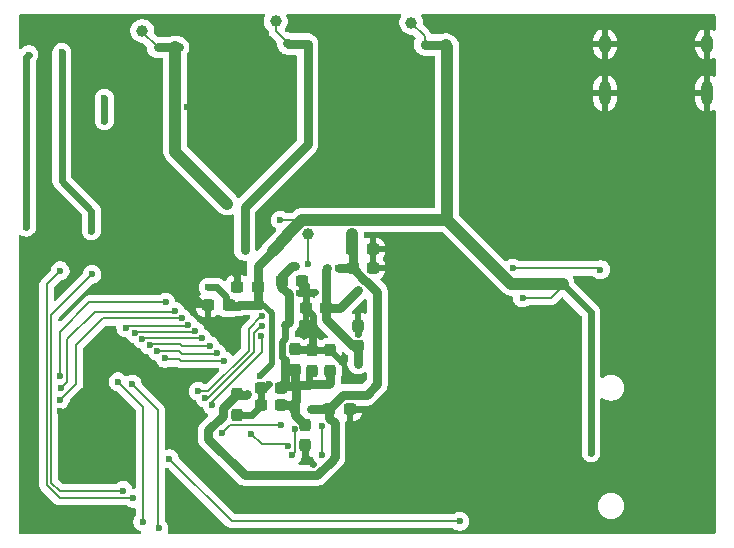
<source format=gbr>
%TF.GenerationSoftware,KiCad,Pcbnew,9.0.3*%
%TF.CreationDate,2025-07-24T02:47:58+05:30*%
%TF.ProjectId,DevBoard_F1C100s_Rev2,44657642-6f61-4726-945f-463143313030,rev?*%
%TF.SameCoordinates,Original*%
%TF.FileFunction,Copper,L4,Bot*%
%TF.FilePolarity,Positive*%
%FSLAX46Y46*%
G04 Gerber Fmt 4.6, Leading zero omitted, Abs format (unit mm)*
G04 Created by KiCad (PCBNEW 9.0.3) date 2025-07-24 02:47:58*
%MOMM*%
%LPD*%
G01*
G04 APERTURE LIST*
G04 Aperture macros list*
%AMRoundRect*
0 Rectangle with rounded corners*
0 $1 Rounding radius*
0 $2 $3 $4 $5 $6 $7 $8 $9 X,Y pos of 4 corners*
0 Add a 4 corners polygon primitive as box body*
4,1,4,$2,$3,$4,$5,$6,$7,$8,$9,$2,$3,0*
0 Add four circle primitives for the rounded corners*
1,1,$1+$1,$2,$3*
1,1,$1+$1,$4,$5*
1,1,$1+$1,$6,$7*
1,1,$1+$1,$8,$9*
0 Add four rect primitives between the rounded corners*
20,1,$1+$1,$2,$3,$4,$5,0*
20,1,$1+$1,$4,$5,$6,$7,0*
20,1,$1+$1,$6,$7,$8,$9,0*
20,1,$1+$1,$8,$9,$2,$3,0*%
G04 Aperture macros list end*
%TA.AperFunction,SMDPad,CuDef*%
%ADD10C,1.000000*%
%TD*%
%TA.AperFunction,SMDPad,CuDef*%
%ADD11RoundRect,0.237500X0.300000X0.237500X-0.300000X0.237500X-0.300000X-0.237500X0.300000X-0.237500X0*%
%TD*%
%TA.AperFunction,SMDPad,CuDef*%
%ADD12RoundRect,0.237500X-0.300000X-0.237500X0.300000X-0.237500X0.300000X0.237500X-0.300000X0.237500X0*%
%TD*%
%TA.AperFunction,SMDPad,CuDef*%
%ADD13RoundRect,0.237500X-0.237500X0.300000X-0.237500X-0.300000X0.237500X-0.300000X0.237500X0.300000X0*%
%TD*%
%TA.AperFunction,SMDPad,CuDef*%
%ADD14RoundRect,0.237500X0.237500X-0.300000X0.237500X0.300000X-0.237500X0.300000X-0.237500X-0.300000X0*%
%TD*%
%TA.AperFunction,HeatsinkPad*%
%ADD15O,1.000000X2.100000*%
%TD*%
%TA.AperFunction,HeatsinkPad*%
%ADD16O,1.000000X1.600000*%
%TD*%
%TA.AperFunction,ViaPad*%
%ADD17C,0.600000*%
%TD*%
%TA.AperFunction,Conductor*%
%ADD18C,0.600000*%
%TD*%
%TA.AperFunction,Conductor*%
%ADD19C,0.500000*%
%TD*%
%TA.AperFunction,Conductor*%
%ADD20C,0.800000*%
%TD*%
%TA.AperFunction,Conductor*%
%ADD21C,0.200000*%
%TD*%
%TA.AperFunction,Conductor*%
%ADD22C,1.000000*%
%TD*%
G04 APERTURE END LIST*
D10*
%TO.P,TP5,1,1*%
%TO.N,2.6V*%
X151012500Y-33175000D03*
%TD*%
%TO.P,TP4,1,1*%
%TO.N,1.1V*%
X139699999Y-33987501D03*
%TD*%
D11*
%TO.P,C9,2*%
%TO.N,GND*%
X147737500Y-55650000D03*
%TO.P,C9,1*%
%TO.N,3.3V*%
X149462500Y-55650000D03*
%TD*%
%TO.P,C12,2*%
%TO.N,GND*%
X145287500Y-57225000D03*
%TO.P,C12,1*%
%TO.N,3.3V*%
X147012500Y-57225000D03*
%TD*%
D12*
%TO.P,C8,2*%
%TO.N,GND*%
X153237500Y-55200000D03*
%TO.P,C8,1*%
%TO.N,2.6V*%
X151512500Y-55200000D03*
%TD*%
D11*
%TO.P,C5,2*%
%TO.N,GND*%
X149737500Y-64200000D03*
%TO.P,C5,1*%
%TO.N,2.6V*%
X151462500Y-64200000D03*
%TD*%
D13*
%TO.P,C14,1*%
%TO.N,1.1V*%
X147700000Y-64737500D03*
%TO.P,C14,2*%
%TO.N,GND*%
X147700000Y-66462500D03*
%TD*%
D14*
%TO.P,C4,2*%
%TO.N,GND*%
X154100000Y-61025000D03*
%TO.P,C4,1*%
%TO.N,2.6V*%
X154100000Y-62750000D03*
%TD*%
%TO.P,C3,2*%
%TO.N,GND*%
X155600000Y-61025000D03*
%TO.P,C3,1*%
%TO.N,2.6V*%
X155600000Y-62750000D03*
%TD*%
D12*
%TO.P,C18,1*%
%TO.N,1.1V*%
X155537500Y-66025000D03*
%TO.P,C18,2*%
%TO.N,GND*%
X157262500Y-66025000D03*
%TD*%
D13*
%TO.P,C7,1*%
%TO.N,2.6V*%
X153475000Y-67337500D03*
%TO.P,C7,2*%
%TO.N,GND*%
X153475000Y-69062500D03*
%TD*%
D14*
%TO.P,C2,2*%
%TO.N,GND*%
X152600000Y-60937500D03*
%TO.P,C2,1*%
%TO.N,2.6V*%
X152600000Y-62662500D03*
%TD*%
D12*
%TO.P,C15,1*%
%TO.N,1.1V*%
X157512500Y-54050000D03*
%TO.P,C15,2*%
%TO.N,GND*%
X159237500Y-54050000D03*
%TD*%
%TO.P,C13,1*%
%TO.N,1.1V*%
X157500000Y-52475000D03*
%TO.P,C13,2*%
%TO.N,GND*%
X159225000Y-52475000D03*
%TD*%
D14*
%TO.P,C11,1*%
%TO.N,3.3V*%
X158000000Y-60662500D03*
%TO.P,C11,2*%
%TO.N,GND*%
X158000000Y-58937500D03*
%TD*%
D10*
%TO.P,TP6,1,1*%
%TO.N,3.3V*%
X162476307Y-33305999D03*
%TD*%
%TO.P,TP3,1,1*%
%TO.N,/LRADC0*%
X153725000Y-51175000D03*
%TD*%
D15*
%TO.P,J3,S1,SHIELD*%
%TO.N,GND*%
X187520000Y-39278000D03*
D16*
X187520000Y-35098000D03*
D15*
X178880000Y-39278000D03*
D16*
X178880000Y-35098000D03*
%TD*%
D11*
%TO.P,C10,1*%
%TO.N,3.3V*%
X155262500Y-57450000D03*
%TO.P,C10,2*%
%TO.N,GND*%
X153537500Y-57450000D03*
%TD*%
%TO.P,C6,2*%
%TO.N,GND*%
X149750000Y-65700000D03*
%TO.P,C6,1*%
%TO.N,2.6V*%
X151475000Y-65700000D03*
%TD*%
D17*
%TO.N,GND*%
X154200000Y-59700000D03*
X156600000Y-62025000D03*
%TO.N,2.6V*%
X152400000Y-69900000D03*
%TO.N,GND*%
X154151240Y-70651240D03*
%TO.N,2.6V*%
X152674450Y-67700000D03*
%TO.N,GND*%
X130500000Y-53200000D03*
X152993051Y-56188369D03*
X154300000Y-56100000D03*
X147300000Y-54300000D03*
X143700000Y-56100000D03*
X144500000Y-70200000D03*
X159200000Y-66300000D03*
X158000687Y-59625000D03*
X150428581Y-63879373D03*
X171400000Y-57957500D03*
X168200000Y-57800000D03*
X181000000Y-57300000D03*
X186300000Y-59000000D03*
X160300000Y-45400000D03*
X143500000Y-40400000D03*
X139500000Y-38400000D03*
X139400000Y-35600000D03*
X134500000Y-39200000D03*
X138100000Y-50900000D03*
X138100000Y-49300000D03*
X139400000Y-46600000D03*
X131500000Y-42800000D03*
X131600000Y-46800000D03*
X140100000Y-40200000D03*
X143800000Y-39200000D03*
X144600000Y-39400000D03*
X150700000Y-44300000D03*
X152100000Y-39200000D03*
X167300000Y-38800000D03*
X155500000Y-39300000D03*
X163000000Y-39700000D03*
X179900000Y-41600000D03*
X186500000Y-41700000D03*
X187100000Y-44100000D03*
X178900000Y-43600000D03*
X182800000Y-43900000D03*
X180100000Y-44600000D03*
X171100000Y-48800000D03*
X172200000Y-45300000D03*
X165400000Y-62500000D03*
X172700000Y-65900000D03*
X174300000Y-65300000D03*
X174700000Y-71900000D03*
X172000000Y-71500000D03*
X132842951Y-69600000D03*
X132700000Y-66200000D03*
%TO.N,VLEDA*%
X135400000Y-50900000D03*
X132900000Y-35800000D03*
%TO.N,VLEDK*%
X130100000Y-36000000D03*
X129900000Y-50600000D03*
%TO.N,3.3V*%
X145300000Y-55700000D03*
X151400000Y-50000000D03*
%TO.N,1.1V*%
X146900000Y-48600000D03*
X157500000Y-51200000D03*
%TO.N,2.6V*%
X151987500Y-35000000D03*
X153712500Y-35100000D03*
%TO.N,1.1V*%
X140999999Y-35387501D03*
X142774999Y-35387501D03*
%TO.N,3.3V*%
X177700000Y-69700000D03*
X166600000Y-75500000D03*
X142000000Y-70200000D03*
X149700000Y-63200000D03*
X171900000Y-56600000D03*
X175300000Y-55400000D03*
%TO.N,/LRADC0*%
X153757853Y-53717147D03*
%TO.N,2.6V*%
X148375000Y-52550000D03*
%TO.N,3.3V*%
X165401307Y-35180999D03*
X163601307Y-35130999D03*
X150750000Y-52600000D03*
X157975000Y-55925000D03*
%TO.N,1.1V*%
X148599000Y-64693860D03*
%TO.N,3.3V*%
X147929897Y-57156500D03*
X149668500Y-57156500D03*
X157975000Y-62150000D03*
%TO.N,1.1V*%
X156274450Y-54025000D03*
%TO.N,3.3V*%
X155350000Y-54100000D03*
%TO.N,1.1V*%
X154450000Y-66000000D03*
%TO.N,/LCD_HSYNC*%
X151424265Y-67324265D03*
%TO.N,/SPI0_CS*%
X178500000Y-54200000D03*
X171066950Y-54100000D03*
%TO.N,Net-(D1-K)*%
X136500000Y-41587500D03*
X136500000Y-39687500D03*
%TO.N,/LCD_D13*%
X145450000Y-60631709D03*
X140344053Y-60599000D03*
%TO.N,/LCD_D3*%
X149850000Y-58150000D03*
X144451473Y-64500000D03*
%TO.N,/SPI1_MISO*%
X148920000Y-68100000D03*
X152007948Y-69109948D03*
%TO.N,/SPI1_CLK*%
X154950735Y-67450735D03*
X154950000Y-69900000D03*
%TO.N,/LCD_D6*%
X132750000Y-65200000D03*
X143048245Y-58299715D03*
%TO.N,/LCD_D11*%
X139096665Y-59596984D03*
X144199902Y-59410050D03*
%TO.N,/LCD_D16*%
X138950000Y-73550000D03*
X132750000Y-54300000D03*
%TO.N,/LCD_D4*%
X132800000Y-64200000D03*
X142474265Y-57725735D03*
%TO.N,/LCD_D12*%
X144765589Y-60017060D03*
X139720512Y-60097800D03*
%TO.N,/LCD_D17*%
X138100000Y-72900000D03*
X135450000Y-54600000D03*
%TO.N,/LCD_D14*%
X146024265Y-61275735D03*
X140968342Y-61099265D03*
%TO.N,/LCD_D0*%
X141125000Y-76075000D03*
X138850000Y-63900000D03*
%TO.N,/LCD_D5*%
X145051472Y-65100000D03*
X149856216Y-58949979D03*
%TO.N,/LCD_D10*%
X143613931Y-58865402D03*
X138297052Y-59100000D03*
%TO.N,/LCD_D15*%
X141625735Y-61699265D03*
X146653015Y-61904485D03*
%TO.N,/LCD_D1*%
X137650000Y-63700000D03*
X139750000Y-75550000D03*
%TO.N,/LCD_D7*%
X145650735Y-65699265D03*
X149800000Y-59800000D03*
%TO.N,/LCD_D2*%
X141711537Y-56963007D03*
X132750000Y-63200000D03*
%TO.N,/LCD_HSYNC*%
X146450000Y-68050000D03*
%TO.N,2.6V*%
X155525000Y-63900000D03*
X152674450Y-66125000D03*
X152675000Y-65350000D03*
X153800000Y-63950000D03*
X152625000Y-53925000D03*
X152700000Y-64150000D03*
%TD*%
D18*
%TO.N,3.3V*%
X146825000Y-56525000D02*
X146825000Y-57225000D01*
X146000000Y-55700000D02*
X146825000Y-56525000D01*
X145300000Y-55700000D02*
X146000000Y-55700000D01*
D19*
X150700000Y-57900000D02*
X149956500Y-57156500D01*
X150700000Y-62200000D02*
X150700000Y-57900000D01*
X149700000Y-63200000D02*
X150700000Y-62200000D01*
D20*
%TO.N,2.6V*%
X151800000Y-63712500D02*
X151462500Y-64050000D01*
X151800000Y-61867398D02*
X151800000Y-63712500D01*
D18*
X151524000Y-61591398D02*
X151800000Y-61867398D01*
X151524000Y-60283602D02*
X151524000Y-61591398D01*
X151800000Y-60007602D02*
X151524000Y-60283602D01*
X151800000Y-58925000D02*
X151800000Y-60007602D01*
D20*
X152092052Y-56561576D02*
X152100000Y-56569524D01*
X152092052Y-56292052D02*
X152092052Y-56561576D01*
X151489500Y-54849632D02*
X151489500Y-55689500D01*
X152414132Y-53925000D02*
X151489500Y-54849632D01*
X151462500Y-64050000D02*
X152600000Y-64050000D01*
X151489500Y-55689500D02*
X152092052Y-56292052D01*
X152625000Y-53925000D02*
X152414132Y-53925000D01*
X152100000Y-56569524D02*
X152100000Y-58625000D01*
X152100000Y-58625000D02*
X151800000Y-58925000D01*
D18*
%TO.N,GND*%
X154275000Y-59700000D02*
X154200000Y-59700000D01*
X154200000Y-59700000D02*
X154200000Y-60925000D01*
X155600000Y-61025000D02*
X156600000Y-62025000D01*
X154200000Y-58112500D02*
X154200000Y-59700000D01*
X153537500Y-57450000D02*
X154200000Y-58112500D01*
D21*
%TO.N,2.6V*%
X152674450Y-69625550D02*
X152674450Y-67700000D01*
X152400000Y-69900000D02*
X152674450Y-69625550D01*
%TO.N,/SPI1_MISO*%
X151898000Y-69000000D02*
X149820000Y-69000000D01*
X152007948Y-69109948D02*
X151898000Y-69000000D01*
D18*
%TO.N,GND*%
X153475000Y-69975000D02*
X154151240Y-70651240D01*
X153475000Y-69062500D02*
X153475000Y-69975000D01*
D20*
%TO.N,1.1V*%
X155537500Y-66737500D02*
X155537500Y-66025000D01*
X156000000Y-67200000D02*
X155537500Y-66737500D01*
X156000000Y-70100000D02*
X156000000Y-67200000D01*
X155851000Y-70249000D02*
X156000000Y-70100000D01*
X155851000Y-70273207D02*
X155851000Y-70249000D01*
X145300000Y-67800000D02*
X145300000Y-68500000D01*
X154524207Y-71600000D02*
X155851000Y-70273207D01*
X146551735Y-66548265D02*
X145300000Y-67800000D01*
X145300000Y-68500000D02*
X148400000Y-71600000D01*
X146551735Y-65880867D02*
X146551735Y-66548265D01*
X148400000Y-71600000D02*
X154524207Y-71600000D01*
X147695102Y-64737500D02*
X146551735Y-65880867D01*
D18*
%TO.N,GND*%
X153081420Y-56100000D02*
X152993051Y-56188369D01*
X153537500Y-56100000D02*
X153081420Y-56100000D01*
X153537500Y-56100000D02*
X154300000Y-56100000D01*
X153537500Y-56100000D02*
X153537500Y-55500000D01*
X147737500Y-54737500D02*
X147300000Y-54300000D01*
X147737500Y-55650000D02*
X147737500Y-54737500D01*
X144825000Y-57225000D02*
X143700000Y-56100000D01*
X145287500Y-57225000D02*
X144825000Y-57225000D01*
X153537500Y-57450000D02*
X153537500Y-56100000D01*
X153537500Y-55500000D02*
X153237500Y-55200000D01*
X155600000Y-61025000D02*
X152687500Y-61025000D01*
X158925000Y-66025000D02*
X159200000Y-66300000D01*
X157262500Y-66025000D02*
X158925000Y-66025000D01*
X158000000Y-59624313D02*
X158000687Y-59625000D01*
X158000000Y-58937500D02*
X158000000Y-59624313D01*
X149750000Y-65700000D02*
X149750000Y-64212500D01*
X149750000Y-65700000D02*
X148987500Y-66462500D01*
X148987500Y-66462500D02*
X147700000Y-66462500D01*
X150107954Y-64200000D02*
X150428581Y-63879373D01*
X149737500Y-64200000D02*
X150107954Y-64200000D01*
%TO.N,VLEDA*%
X132900000Y-46700000D02*
X132900000Y-35800000D01*
X135400000Y-49200000D02*
X132900000Y-46700000D01*
X135400000Y-50900000D02*
X135400000Y-49200000D01*
%TO.N,VLEDK*%
X129900000Y-50600000D02*
X129900000Y-36200000D01*
X129900000Y-36200000D02*
X130100000Y-36000000D01*
D21*
%TO.N,3.3V*%
X151400000Y-50000000D02*
X153201529Y-50000000D01*
X153201529Y-50000000D02*
X153227529Y-49974000D01*
D22*
%TO.N,1.1V*%
X142500000Y-44200000D02*
X142500000Y-35387501D01*
X146900000Y-48600000D02*
X142500000Y-44200000D01*
D20*
X142500000Y-35387501D02*
X140999999Y-35387501D01*
%TO.N,2.6V*%
X153712500Y-43587500D02*
X148375000Y-48925000D01*
X153712500Y-35100000D02*
X153712500Y-43587500D01*
X148375000Y-48925000D02*
X148375000Y-52550000D01*
D22*
%TO.N,3.3V*%
X165525322Y-35305014D02*
X165401307Y-35180999D01*
X165525322Y-49974000D02*
X165525322Y-35305014D01*
X153227529Y-49974000D02*
X165525322Y-49974000D01*
X151975000Y-51226529D02*
X153227529Y-49974000D01*
X170951322Y-55400000D02*
X175300000Y-55400000D01*
X151975000Y-51375000D02*
X151975000Y-51226529D01*
X165525322Y-49974000D02*
X170951322Y-55400000D01*
D21*
%TO.N,2.6V*%
X151012500Y-34025000D02*
X152087500Y-35100000D01*
D20*
X152087500Y-35100000D02*
X151987500Y-35000000D01*
X153712500Y-35100000D02*
X152087500Y-35100000D01*
%TO.N,1.1V*%
X142774999Y-35387501D02*
X142500000Y-35387501D01*
D21*
X139699999Y-34087501D02*
X140999999Y-35387501D01*
D18*
%TO.N,3.3V*%
X177700000Y-57800000D02*
X175300000Y-55400000D01*
X177700000Y-69700000D02*
X177700000Y-57800000D01*
D21*
X147300000Y-75500000D02*
X166600000Y-75500000D01*
X142000000Y-70200000D02*
X147300000Y-75500000D01*
D20*
%TO.N,1.1V*%
X147787500Y-64825000D02*
X147895102Y-64825000D01*
X147787500Y-64825000D02*
X147799207Y-64825000D01*
X148467860Y-64825000D02*
X148599000Y-64693860D01*
X147700000Y-64737500D02*
X147787500Y-64825000D01*
X147787500Y-64825000D02*
X148467860Y-64825000D01*
D21*
%TO.N,3.3V*%
X149956500Y-57156500D02*
X149668500Y-57156500D01*
%TO.N,/LCD_D5*%
X145060022Y-65091450D02*
X145051472Y-65100000D01*
X149200000Y-59550057D02*
X149200000Y-61200000D01*
X145308550Y-65091450D02*
X145060022Y-65091450D01*
X149800057Y-58950000D02*
X149200000Y-59550057D01*
X149856195Y-58950000D02*
X149800057Y-58950000D01*
X149856216Y-58949979D02*
X149856195Y-58950000D01*
X149200000Y-61200000D02*
X145308550Y-65091450D01*
%TO.N,/LCD_D7*%
X145650735Y-65374265D02*
X145650735Y-65699265D01*
X149850000Y-61175000D02*
X145650735Y-65374265D01*
X149850000Y-59850000D02*
X149850000Y-61175000D01*
X149800000Y-59800000D02*
X149850000Y-59850000D01*
D20*
%TO.N,2.6V*%
X152600000Y-62662500D02*
X152600000Y-64050000D01*
D18*
X153843334Y-63006666D02*
X153843334Y-63906666D01*
X154100000Y-62750000D02*
X153843334Y-63006666D01*
X153843334Y-62750000D02*
X154100000Y-62750000D01*
X153800000Y-62793334D02*
X153843334Y-62750000D01*
D20*
%TO.N,1.1V*%
X158700000Y-64800000D02*
X159600000Y-63900000D01*
X159600000Y-63900000D02*
X159600000Y-56100000D01*
X156700000Y-64800000D02*
X158700000Y-64800000D01*
X155537500Y-65962500D02*
X156700000Y-64800000D01*
X158583602Y-55126000D02*
X157512500Y-54054898D01*
X159600000Y-56100000D02*
X158626000Y-55126000D01*
X158626000Y-55126000D02*
X158583602Y-55126000D01*
X155537500Y-66025000D02*
X154025000Y-66025000D01*
D21*
%TO.N,3.3V*%
X174300000Y-56600000D02*
X171900000Y-56600000D01*
X175300000Y-55600000D02*
X174300000Y-56600000D01*
X175300000Y-55400000D02*
X175300000Y-55600000D01*
%TO.N,/LRADC0*%
X153725000Y-53684294D02*
X153757853Y-53717147D01*
X153725000Y-51175000D02*
X153725000Y-53684294D01*
%TO.N,2.6V*%
X151012500Y-33175000D02*
X151012500Y-34025000D01*
%TO.N,3.3V*%
X163601307Y-34430999D02*
X163601307Y-35130999D01*
X162476307Y-33305999D02*
X163601307Y-34430999D01*
D20*
X149462500Y-53862500D02*
X149462500Y-55650000D01*
X150750000Y-52600000D02*
X150250000Y-53100000D01*
D22*
X150750000Y-52600000D02*
X151975000Y-51375000D01*
D20*
X150225000Y-53100000D02*
X149462500Y-53862500D01*
X150250000Y-53100000D02*
X150225000Y-53100000D01*
X156450000Y-57450000D02*
X155262500Y-57450000D01*
X157975000Y-55925000D02*
X156450000Y-57450000D01*
X149462500Y-56937500D02*
X149462500Y-55650000D01*
X149668500Y-57156500D02*
X149668500Y-57143500D01*
X149668500Y-57143500D02*
X149462500Y-56937500D01*
X147874265Y-57250000D02*
X147037500Y-57250000D01*
X147929897Y-57194368D02*
X147874265Y-57250000D01*
X147929897Y-57156500D02*
X147929897Y-57194368D01*
X147929897Y-57156500D02*
X149668500Y-57156500D01*
D22*
%TO.N,1.1V*%
X157500000Y-51200000D02*
X157500000Y-52475000D01*
D20*
%TO.N,3.3V*%
X163651307Y-35180999D02*
X163601307Y-35130999D01*
X165401307Y-35180999D02*
X163651307Y-35180999D01*
%TO.N,1.1V*%
X157512500Y-54050000D02*
X156351000Y-54050000D01*
X156351000Y-54050000D02*
X156351000Y-54025000D01*
X157512500Y-54050000D02*
X157512500Y-52487500D01*
%TO.N,3.3V*%
X155262500Y-54187500D02*
X155350000Y-54100000D01*
X155262500Y-57450000D02*
X155262500Y-54187500D01*
X157562500Y-60662500D02*
X155262500Y-58362500D01*
X155262500Y-58362500D02*
X155262500Y-57450000D01*
X158000000Y-60662500D02*
X157562500Y-60662500D01*
X158000000Y-60662500D02*
X158000000Y-62125000D01*
%TO.N,2.6V*%
X152250550Y-65700000D02*
X152675000Y-66124450D01*
X151475000Y-65700000D02*
X152250550Y-65700000D01*
X152600000Y-64050000D02*
X152700000Y-64150000D01*
X152674450Y-66536950D02*
X153475000Y-67337500D01*
X152674450Y-66125000D02*
X152674450Y-66536950D01*
X152675000Y-66124450D02*
X152674450Y-66125000D01*
X152675000Y-65350000D02*
X152675000Y-66124450D01*
X152700000Y-65325000D02*
X152675000Y-65350000D01*
X152700000Y-64150000D02*
X152700000Y-65325000D01*
X152900000Y-63950000D02*
X152700000Y-64150000D01*
X153800000Y-63950000D02*
X152900000Y-63950000D01*
X153850000Y-63900000D02*
X153800000Y-63950000D01*
X155525000Y-63900000D02*
X153850000Y-63900000D01*
X153843334Y-63906666D02*
X153800000Y-63950000D01*
X155600000Y-62750000D02*
X155600000Y-63825000D01*
X155600000Y-63825000D02*
X155525000Y-63900000D01*
D21*
%TO.N,/SPI1_CLK*%
X154950000Y-69900000D02*
X154950000Y-67451470D01*
%TO.N,/SPI1_MISO*%
X149820000Y-69000000D02*
X148920000Y-68100000D01*
%TO.N,/LCD_HSYNC*%
X147111500Y-67388500D02*
X146450000Y-68050000D01*
X151360030Y-67388500D02*
X147111500Y-67388500D01*
X151424265Y-67324265D02*
X151360030Y-67388500D01*
%TO.N,/LCD_D3*%
X144801529Y-64500000D02*
X144451473Y-64500000D01*
X145300415Y-64499000D02*
X144802529Y-64499000D01*
X148700000Y-61100000D02*
X145301415Y-64498585D01*
X145301415Y-64498585D02*
X145301415Y-64500000D01*
X149800057Y-58150000D02*
X148700000Y-59250057D01*
X148700000Y-59250057D02*
X148700000Y-61100000D01*
X145301415Y-64500000D02*
X145300415Y-64499000D01*
X149850000Y-58150000D02*
X149800057Y-58150000D01*
X144802529Y-64499000D02*
X144801529Y-64500000D01*
D20*
%TO.N,3.3V*%
X158000000Y-62125000D02*
X157975000Y-62150000D01*
D21*
%TO.N,/SPI0_CS*%
X171066950Y-54100000D02*
X178400000Y-54100000D01*
X178400000Y-54100000D02*
X178500000Y-54200000D01*
D18*
%TO.N,Net-(D1-K)*%
X136500000Y-41587500D02*
X136500000Y-39687500D01*
D21*
%TO.N,/LCD_D13*%
X142900000Y-60498265D02*
X143033444Y-60631709D01*
X140344053Y-60599000D02*
X140444788Y-60498265D01*
X140444788Y-60498265D02*
X142900000Y-60498265D01*
X143033444Y-60631709D02*
X145450000Y-60631709D01*
%TO.N,/LCD_D6*%
X143021225Y-58326735D02*
X143048245Y-58299715D01*
X134100000Y-60600000D02*
X136373265Y-58326735D01*
X132750000Y-65200000D02*
X134100000Y-63850000D01*
X134100000Y-63850000D02*
X134100000Y-60600000D01*
X136373265Y-58326735D02*
X143021225Y-58326735D01*
%TO.N,/LCD_D11*%
X143879276Y-59450000D02*
X144159952Y-59450000D01*
X143348586Y-59450000D02*
X143364988Y-59466402D01*
X143862874Y-59466402D02*
X143879276Y-59450000D01*
X143364988Y-59466402D02*
X143862874Y-59466402D01*
X144159952Y-59450000D02*
X144199902Y-59410050D01*
X139243649Y-59450000D02*
X143348586Y-59450000D01*
X139096665Y-59596984D02*
X139243649Y-59450000D01*
%TO.N,/LCD_D16*%
X132750000Y-54300000D02*
X131599000Y-55451000D01*
X131599000Y-72449000D02*
X132700000Y-73550000D01*
X132700000Y-73550000D02*
X138950000Y-73550000D01*
X131599000Y-55451000D02*
X131599000Y-72449000D01*
%TO.N,/LCD_D4*%
X132800000Y-64200000D02*
X132850000Y-64200000D01*
X133350000Y-63700000D02*
X133350000Y-60100000D01*
X135700000Y-57750000D02*
X142450000Y-57750000D01*
X142450000Y-57750000D02*
X142474265Y-57725735D01*
X132850000Y-64200000D02*
X133350000Y-63700000D01*
X133350000Y-60100000D02*
X135700000Y-57750000D01*
%TO.N,/LCD_D12*%
X139819312Y-59999000D02*
X143250000Y-59999000D01*
X143268060Y-60017060D02*
X143250000Y-59999000D01*
X144765589Y-60017060D02*
X143268060Y-60017060D01*
X139720512Y-60097800D02*
X139819312Y-59999000D01*
%TO.N,/LCD_D17*%
X132000000Y-72250000D02*
X132000000Y-58050000D01*
X138100000Y-72900000D02*
X138050000Y-72950000D01*
X132000000Y-58050000D02*
X135450000Y-54600000D01*
X132700000Y-72950000D02*
X132000000Y-72250000D01*
X138050000Y-72950000D02*
X132700000Y-72950000D01*
%TO.N,/LCD_D14*%
X146000000Y-61300000D02*
X146024265Y-61275735D01*
X141375792Y-61099265D02*
X141376792Y-61098265D01*
X142848265Y-61098265D02*
X143050000Y-61300000D01*
X143050000Y-61300000D02*
X146000000Y-61300000D01*
X141376792Y-61098265D02*
X142848265Y-61098265D01*
X140968342Y-61099265D02*
X141375792Y-61099265D01*
%TO.N,/LCD_D0*%
X141000000Y-66050000D02*
X138850000Y-63900000D01*
X141000000Y-75950000D02*
X141000000Y-66050000D01*
X141125000Y-76075000D02*
X141000000Y-75950000D01*
%TO.N,/LCD_D10*%
X143482349Y-58996984D02*
X143613931Y-58865402D01*
X138297052Y-59100000D02*
X138400068Y-58996984D01*
X138400068Y-58996984D02*
X143482349Y-58996984D01*
%TO.N,/LCD_D15*%
X146648530Y-61900000D02*
X146653015Y-61904485D01*
X142850000Y-61800000D02*
X142950000Y-61900000D01*
X141726470Y-61800000D02*
X142850000Y-61800000D01*
X141625735Y-61699265D02*
X141726470Y-61800000D01*
X142950000Y-61900000D02*
X146648530Y-61900000D01*
%TO.N,/LCD_D1*%
X139750000Y-65800000D02*
X137650000Y-63700000D01*
X139750000Y-75550000D02*
X139750000Y-65800000D01*
%TO.N,/LCD_D2*%
X132750000Y-59450000D02*
X135225456Y-56974544D01*
X135225456Y-56974544D02*
X141700000Y-56974544D01*
X132750000Y-63200000D02*
X132750000Y-59450000D01*
X141700000Y-56974544D02*
X141711537Y-56963007D01*
%TD*%
%TA.AperFunction,Conductor*%
%TO.N,GND*%
G36*
X150065561Y-32580185D02*
G01*
X150111316Y-32632989D01*
X150121260Y-32702147D01*
X150113083Y-32731953D01*
X150050449Y-32883164D01*
X150050447Y-32883170D01*
X150012000Y-33076456D01*
X150012000Y-33076459D01*
X150012000Y-33273541D01*
X150012000Y-33273543D01*
X150011999Y-33273543D01*
X150050447Y-33466829D01*
X150050450Y-33466839D01*
X150125864Y-33648907D01*
X150125871Y-33648920D01*
X150235360Y-33812781D01*
X150235363Y-33812785D01*
X150375680Y-33953102D01*
X150409165Y-34014425D01*
X150411999Y-34040783D01*
X150411999Y-34104054D01*
X150411998Y-34104054D01*
X150451146Y-34250156D01*
X150452923Y-34256785D01*
X150472450Y-34290606D01*
X150528103Y-34387001D01*
X150531979Y-34393714D01*
X150531981Y-34393717D01*
X150650849Y-34512585D01*
X150650855Y-34512590D01*
X151050681Y-34912416D01*
X151084166Y-34973739D01*
X151087000Y-35000097D01*
X151087000Y-35088696D01*
X151121603Y-35262658D01*
X151121605Y-35262666D01*
X151189486Y-35426545D01*
X151277018Y-35557546D01*
X151288036Y-35574036D01*
X151403712Y-35689711D01*
X151460150Y-35746149D01*
X151513466Y-35799465D01*
X151535291Y-35814048D01*
X151660953Y-35898013D01*
X151779408Y-35947078D01*
X151779411Y-35947079D01*
X151779412Y-35947080D01*
X151814320Y-35961539D01*
X151824834Y-35965894D01*
X151824838Y-35965894D01*
X151824839Y-35965895D01*
X151998805Y-36000500D01*
X151998808Y-36000500D01*
X151998809Y-36000500D01*
X152688000Y-36000500D01*
X152755039Y-36020185D01*
X152800794Y-36072989D01*
X152812000Y-36124500D01*
X152812000Y-43163137D01*
X152792315Y-43230176D01*
X152775681Y-43250818D01*
X147939046Y-48087452D01*
X147877723Y-48120937D01*
X147808031Y-48115953D01*
X147752098Y-48074081D01*
X147748263Y-48068662D01*
X147677140Y-47962218D01*
X143536819Y-43821897D01*
X143503334Y-43760574D01*
X143500500Y-43734216D01*
X143500500Y-35960184D01*
X143520185Y-35893145D01*
X143521359Y-35891350D01*
X143573012Y-35814048D01*
X143640893Y-35650167D01*
X143643302Y-35638060D01*
X143675498Y-35476196D01*
X143675499Y-35476194D01*
X143675499Y-35298807D01*
X143675498Y-35298805D01*
X143640895Y-35124842D01*
X143640892Y-35124833D01*
X143573015Y-34960960D01*
X143573008Y-34960947D01*
X143474463Y-34813466D01*
X143474460Y-34813462D01*
X143349037Y-34688039D01*
X143349033Y-34688036D01*
X143201552Y-34589491D01*
X143201539Y-34589484D01*
X143037669Y-34521608D01*
X143037657Y-34521605D01*
X143015276Y-34517153D01*
X142979943Y-34502517D01*
X142979289Y-34503742D01*
X142973907Y-34500865D01*
X142791839Y-34425451D01*
X142791829Y-34425448D01*
X142598543Y-34387001D01*
X142598541Y-34387001D01*
X142401459Y-34387001D01*
X142401457Y-34387001D01*
X142208170Y-34425448D01*
X142208160Y-34425451D01*
X142082354Y-34477562D01*
X142034902Y-34487001D01*
X141000097Y-34487001D01*
X140933058Y-34467316D01*
X140912416Y-34450682D01*
X140722027Y-34260293D01*
X140688542Y-34198970D01*
X140688091Y-34148420D01*
X140700499Y-34086044D01*
X140700499Y-33888957D01*
X140662051Y-33695671D01*
X140662050Y-33695670D01*
X140662050Y-33695666D01*
X140662048Y-33695661D01*
X140586634Y-33513593D01*
X140586627Y-33513580D01*
X140477138Y-33349719D01*
X140477135Y-33349715D01*
X140337784Y-33210364D01*
X140337780Y-33210361D01*
X140173919Y-33100872D01*
X140173906Y-33100865D01*
X139991838Y-33025451D01*
X139991828Y-33025448D01*
X139798542Y-32987001D01*
X139798540Y-32987001D01*
X139601458Y-32987001D01*
X139601456Y-32987001D01*
X139408169Y-33025448D01*
X139408159Y-33025451D01*
X139226091Y-33100865D01*
X139226078Y-33100872D01*
X139062217Y-33210361D01*
X139062213Y-33210364D01*
X138922862Y-33349715D01*
X138922859Y-33349719D01*
X138813370Y-33513580D01*
X138813363Y-33513593D01*
X138737949Y-33695661D01*
X138737946Y-33695671D01*
X138699499Y-33888957D01*
X138699499Y-33888960D01*
X138699499Y-34086042D01*
X138699499Y-34086044D01*
X138699498Y-34086044D01*
X138737946Y-34279330D01*
X138737949Y-34279340D01*
X138813363Y-34461408D01*
X138813370Y-34461421D01*
X138922859Y-34625282D01*
X138922862Y-34625286D01*
X139062213Y-34764637D01*
X139062217Y-34764640D01*
X139226078Y-34874129D01*
X139226091Y-34874136D01*
X139408159Y-34949550D01*
X139408164Y-34949552D01*
X139408168Y-34949552D01*
X139408169Y-34949553D01*
X139601455Y-34988001D01*
X139601458Y-34988001D01*
X139699902Y-34988001D01*
X139766941Y-35007686D01*
X139787583Y-35024320D01*
X140063180Y-35299917D01*
X140096665Y-35361240D01*
X140099499Y-35387598D01*
X140099499Y-35476196D01*
X140134102Y-35650159D01*
X140134105Y-35650168D01*
X140201982Y-35814041D01*
X140201989Y-35814054D01*
X140300534Y-35961535D01*
X140300537Y-35961539D01*
X140425960Y-36086962D01*
X140425964Y-36086965D01*
X140573445Y-36185510D01*
X140573458Y-36185517D01*
X140675888Y-36227944D01*
X140737333Y-36253395D01*
X140737335Y-36253395D01*
X140737340Y-36253397D01*
X140911303Y-36288000D01*
X140911306Y-36288001D01*
X140911308Y-36288001D01*
X141375500Y-36288001D01*
X141442539Y-36307686D01*
X141488294Y-36360490D01*
X141499500Y-36412001D01*
X141499500Y-44298544D01*
X141530302Y-44453395D01*
X141537946Y-44491827D01*
X141537949Y-44491837D01*
X141613364Y-44673907D01*
X141613371Y-44673920D01*
X141722859Y-44837780D01*
X141722860Y-44837781D01*
X141722861Y-44837782D01*
X141862218Y-44977139D01*
X141862219Y-44977139D01*
X141869286Y-44984206D01*
X141869285Y-44984206D01*
X141869289Y-44984209D01*
X146262215Y-49377137D01*
X146262219Y-49377140D01*
X146426079Y-49486628D01*
X146426088Y-49486633D01*
X146433519Y-49489711D01*
X146608165Y-49562052D01*
X146778329Y-49595899D01*
X146801455Y-49600499D01*
X146801459Y-49600500D01*
X146801460Y-49600500D01*
X146998542Y-49600500D01*
X146998543Y-49600499D01*
X147191836Y-49562052D01*
X147303049Y-49515985D01*
X147372516Y-49508517D01*
X147434995Y-49539792D01*
X147470648Y-49599880D01*
X147474500Y-49630547D01*
X147474500Y-52638695D01*
X147509103Y-52812658D01*
X147509106Y-52812667D01*
X147576983Y-52976540D01*
X147576990Y-52976553D01*
X147675535Y-53124034D01*
X147675538Y-53124038D01*
X147800961Y-53249461D01*
X147800965Y-53249464D01*
X147948446Y-53348009D01*
X147948459Y-53348016D01*
X148051290Y-53390609D01*
X148112334Y-53415894D01*
X148112336Y-53415894D01*
X148112341Y-53415896D01*
X148286304Y-53450499D01*
X148286307Y-53450500D01*
X148469783Y-53450500D01*
X148469783Y-53451807D01*
X148531808Y-53463566D01*
X148582521Y-53511628D01*
X148599200Y-53579478D01*
X148596940Y-53598145D01*
X148564079Y-53763346D01*
X148564080Y-53763347D01*
X148562000Y-53773803D01*
X148562000Y-54647331D01*
X148542315Y-54714370D01*
X148489511Y-54760125D01*
X148420353Y-54770069D01*
X148372905Y-54752870D01*
X148351314Y-54739553D01*
X148351300Y-54739546D01*
X148187652Y-54685319D01*
X148086654Y-54675000D01*
X147987500Y-54675000D01*
X147987500Y-55526000D01*
X147967815Y-55593039D01*
X147915011Y-55638794D01*
X147863500Y-55650000D01*
X147611500Y-55650000D01*
X147544461Y-55630315D01*
X147498706Y-55577511D01*
X147487500Y-55526000D01*
X147487500Y-54674999D01*
X147388360Y-54675000D01*
X147388344Y-54675001D01*
X147287347Y-54685319D01*
X147123699Y-54739546D01*
X147123688Y-54739551D01*
X146976965Y-54830052D01*
X146976961Y-54830055D01*
X146855055Y-54951961D01*
X146855052Y-54951965D01*
X146760755Y-55104844D01*
X146759420Y-55104020D01*
X146718858Y-55150076D01*
X146651661Y-55169218D01*
X146584783Y-55148992D01*
X146564982Y-55132903D01*
X146510292Y-55078213D01*
X146510288Y-55078210D01*
X146379185Y-54990609D01*
X146379172Y-54990602D01*
X146233501Y-54930264D01*
X146233489Y-54930261D01*
X146078845Y-54899500D01*
X146078842Y-54899500D01*
X145378842Y-54899500D01*
X145221158Y-54899500D01*
X145221155Y-54899500D01*
X145066510Y-54930261D01*
X145066498Y-54930264D01*
X144920827Y-54990602D01*
X144920814Y-54990609D01*
X144789711Y-55078210D01*
X144789707Y-55078213D01*
X144678213Y-55189707D01*
X144678210Y-55189711D01*
X144590609Y-55320814D01*
X144590602Y-55320827D01*
X144530264Y-55466498D01*
X144530261Y-55466510D01*
X144499500Y-55621153D01*
X144499500Y-55778846D01*
X144530261Y-55933489D01*
X144530264Y-55933501D01*
X144590602Y-56079172D01*
X144590609Y-56079184D01*
X144654782Y-56175225D01*
X144675660Y-56241902D01*
X144657176Y-56309282D01*
X144616778Y-56349654D01*
X144526962Y-56405054D01*
X144405055Y-56526961D01*
X144405052Y-56526965D01*
X144314551Y-56673688D01*
X144314546Y-56673699D01*
X144260319Y-56837347D01*
X144250000Y-56938345D01*
X144250000Y-56975000D01*
X145163500Y-56975000D01*
X145230539Y-56994685D01*
X145276294Y-57047489D01*
X145287500Y-57099000D01*
X145287500Y-57225000D01*
X145413500Y-57225000D01*
X145480539Y-57244685D01*
X145526294Y-57297489D01*
X145537500Y-57349000D01*
X145537500Y-58199999D01*
X145636640Y-58199999D01*
X145636654Y-58199998D01*
X145737652Y-58189680D01*
X145901300Y-58135453D01*
X145901311Y-58135448D01*
X146048035Y-58044947D01*
X146061960Y-58031021D01*
X146123282Y-57997533D01*
X146192973Y-58002514D01*
X146237327Y-58031017D01*
X146251650Y-58045340D01*
X146398484Y-58135908D01*
X146562247Y-58190174D01*
X146663323Y-58200500D01*
X147361676Y-58200499D01*
X147361684Y-58200498D01*
X147361687Y-58200498D01*
X147417030Y-58194844D01*
X147462753Y-58190174D01*
X147563487Y-58156794D01*
X147602491Y-58150500D01*
X147962958Y-58150500D01*
X147962959Y-58150499D01*
X148136931Y-58115895D01*
X148245453Y-58070943D01*
X148254139Y-58067345D01*
X148256337Y-58066435D01*
X148303779Y-58057000D01*
X148744459Y-58057000D01*
X148811498Y-58076685D01*
X148857253Y-58129489D01*
X148867197Y-58198647D01*
X148838172Y-58262203D01*
X148832140Y-58268681D01*
X148219481Y-58881339D01*
X148219479Y-58881342D01*
X148208845Y-58899761D01*
X148187566Y-58936619D01*
X148169361Y-58968151D01*
X148169359Y-58968153D01*
X148140425Y-59018266D01*
X148140424Y-59018267D01*
X148137049Y-59030864D01*
X148099499Y-59171000D01*
X148099499Y-59171002D01*
X148099499Y-59339103D01*
X148099500Y-59339116D01*
X148099500Y-60799902D01*
X148079815Y-60866941D01*
X148063181Y-60887583D01*
X147494502Y-61456261D01*
X147433179Y-61489746D01*
X147363487Y-61484762D01*
X147307554Y-61442890D01*
X147303732Y-61437490D01*
X147274804Y-61394196D01*
X147274802Y-61394193D01*
X147163307Y-61282698D01*
X147163303Y-61282695D01*
X147032200Y-61195094D01*
X147032187Y-61195087D01*
X146886516Y-61134749D01*
X146880680Y-61132979D01*
X146881363Y-61130726D01*
X146828699Y-61103177D01*
X146797092Y-61047670D01*
X146795771Y-61048071D01*
X146794003Y-61042245D01*
X146794002Y-61042238D01*
X146735126Y-60900097D01*
X146733662Y-60896562D01*
X146733655Y-60896549D01*
X146646054Y-60765446D01*
X146646051Y-60765442D01*
X146534557Y-60653948D01*
X146534553Y-60653945D01*
X146403450Y-60566344D01*
X146403437Y-60566337D01*
X146300922Y-60523875D01*
X146246518Y-60480034D01*
X146226757Y-60433507D01*
X146219737Y-60398212D01*
X146181700Y-60306381D01*
X146159397Y-60252536D01*
X146159390Y-60252523D01*
X146071789Y-60121420D01*
X146071786Y-60121416D01*
X145960292Y-60009922D01*
X145960288Y-60009919D01*
X145829185Y-59922318D01*
X145829172Y-59922311D01*
X145683501Y-59861973D01*
X145683491Y-59861970D01*
X145622420Y-59849822D01*
X145560509Y-59817436D01*
X145532051Y-59775657D01*
X145474986Y-59637886D01*
X145474979Y-59637874D01*
X145387378Y-59506771D01*
X145387375Y-59506767D01*
X145275881Y-59395273D01*
X145275877Y-59395270D01*
X145144774Y-59307669D01*
X145144765Y-59307664D01*
X145043569Y-59265748D01*
X144989166Y-59221907D01*
X144972272Y-59182123D01*
X144971408Y-59182386D01*
X144969640Y-59176560D01*
X144969639Y-59176553D01*
X144945501Y-59118280D01*
X144909299Y-59030877D01*
X144909292Y-59030864D01*
X144821691Y-58899761D01*
X144821688Y-58899757D01*
X144710194Y-58788263D01*
X144710190Y-58788260D01*
X144579087Y-58700659D01*
X144579074Y-58700652D01*
X144427772Y-58637982D01*
X144428581Y-58636026D01*
X144378168Y-58602971D01*
X144358061Y-58570083D01*
X144323328Y-58486229D01*
X144323321Y-58486216D01*
X144235720Y-58355113D01*
X144235717Y-58355109D01*
X144124223Y-58243615D01*
X144124219Y-58243612D01*
X143993116Y-58156011D01*
X143993103Y-58156004D01*
X143874061Y-58106696D01*
X143819657Y-58062855D01*
X143806952Y-58039588D01*
X143757640Y-57920538D01*
X143757635Y-57920529D01*
X143670034Y-57789426D01*
X143670031Y-57789422D01*
X143558537Y-57677928D01*
X143558533Y-57677925D01*
X143427430Y-57590324D01*
X143427417Y-57590317D01*
X143302508Y-57538579D01*
X143293081Y-57530982D01*
X143282764Y-57527953D01*
X143270229Y-57513487D01*
X143267594Y-57511654D01*
X144250001Y-57511654D01*
X144260319Y-57612652D01*
X144314546Y-57776300D01*
X144314551Y-57776311D01*
X144405052Y-57923034D01*
X144405055Y-57923038D01*
X144526961Y-58044944D01*
X144526965Y-58044947D01*
X144673688Y-58135448D01*
X144673699Y-58135453D01*
X144837347Y-58189680D01*
X144938351Y-58199999D01*
X145037500Y-58199998D01*
X145037500Y-57475000D01*
X144250001Y-57475000D01*
X144250001Y-57511654D01*
X143267594Y-57511654D01*
X143253338Y-57501737D01*
X143250188Y-57496417D01*
X143248104Y-57494738D01*
X143238115Y-57476425D01*
X143237009Y-57475149D01*
X143235388Y-57471426D01*
X143235360Y-57471374D01*
X143206003Y-57400499D01*
X143183662Y-57346561D01*
X143183655Y-57346549D01*
X143096054Y-57215446D01*
X143096051Y-57215442D01*
X142984557Y-57103948D01*
X142984553Y-57103945D01*
X142853450Y-57016344D01*
X142853437Y-57016337D01*
X142707766Y-56955999D01*
X142707756Y-56955996D01*
X142600112Y-56934584D01*
X142538201Y-56902199D01*
X142503627Y-56841483D01*
X142502687Y-56837158D01*
X142481275Y-56729517D01*
X142481274Y-56729510D01*
X142473503Y-56710748D01*
X142420934Y-56583834D01*
X142420927Y-56583821D01*
X142333326Y-56452718D01*
X142333323Y-56452714D01*
X142221829Y-56341220D01*
X142221825Y-56341217D01*
X142090722Y-56253616D01*
X142090709Y-56253609D01*
X141945038Y-56193271D01*
X141945026Y-56193268D01*
X141790382Y-56162507D01*
X141790379Y-56162507D01*
X141632695Y-56162507D01*
X141632692Y-56162507D01*
X141478047Y-56193268D01*
X141478035Y-56193271D01*
X141332364Y-56253609D01*
X141332351Y-56253616D01*
X141201248Y-56341217D01*
X141196538Y-56345083D01*
X141194906Y-56343094D01*
X141143417Y-56371210D01*
X141117059Y-56374044D01*
X135146397Y-56374044D01*
X135121393Y-56380743D01*
X135121394Y-56380744D01*
X134993670Y-56414967D01*
X134993665Y-56414970D01*
X134856746Y-56494019D01*
X134856738Y-56494025D01*
X132812181Y-58538583D01*
X132792744Y-58549195D01*
X132776011Y-58563696D01*
X132762679Y-58565612D01*
X132750858Y-58572068D01*
X132728771Y-58570488D01*
X132706853Y-58573640D01*
X132694601Y-58568044D01*
X132681166Y-58567084D01*
X132663439Y-58553813D01*
X132643297Y-58544615D01*
X132636014Y-58533283D01*
X132625233Y-58525212D01*
X132617495Y-58504466D01*
X132605523Y-58485837D01*
X132602371Y-58463918D01*
X132600816Y-58459748D01*
X132600500Y-58450902D01*
X132600500Y-58350097D01*
X132620185Y-58283058D01*
X132636819Y-58262416D01*
X134015070Y-56884165D01*
X135464664Y-55434571D01*
X135525985Y-55401088D01*
X135528152Y-55400637D01*
X135528841Y-55400500D01*
X135528842Y-55400500D01*
X135683497Y-55369737D01*
X135801592Y-55320821D01*
X135829172Y-55309397D01*
X135829172Y-55309396D01*
X135829179Y-55309394D01*
X135960289Y-55221789D01*
X136071789Y-55110289D01*
X136159394Y-54979179D01*
X136166632Y-54961706D01*
X136179655Y-54930264D01*
X136219737Y-54833497D01*
X136250500Y-54678842D01*
X136250500Y-54521158D01*
X136250500Y-54521155D01*
X136250499Y-54521153D01*
X136235978Y-54448150D01*
X136219737Y-54366503D01*
X136209240Y-54341160D01*
X136159397Y-54220827D01*
X136159390Y-54220814D01*
X136071789Y-54089711D01*
X136071786Y-54089707D01*
X135960292Y-53978213D01*
X135960288Y-53978210D01*
X135829185Y-53890609D01*
X135829172Y-53890602D01*
X135683501Y-53830264D01*
X135683489Y-53830261D01*
X135528845Y-53799500D01*
X135528842Y-53799500D01*
X135371158Y-53799500D01*
X135371155Y-53799500D01*
X135216510Y-53830261D01*
X135216498Y-53830264D01*
X135070827Y-53890602D01*
X135070814Y-53890609D01*
X134939711Y-53978210D01*
X134939707Y-53978213D01*
X134828213Y-54089707D01*
X134828210Y-54089711D01*
X134740609Y-54220814D01*
X134740602Y-54220827D01*
X134680264Y-54366498D01*
X134680261Y-54366508D01*
X134649362Y-54521848D01*
X134616977Y-54583759D01*
X134615426Y-54585337D01*
X132411181Y-56789583D01*
X132349858Y-56823068D01*
X132280166Y-56818084D01*
X132224233Y-56776212D01*
X132199816Y-56710748D01*
X132199500Y-56701902D01*
X132199500Y-55751097D01*
X132219185Y-55684058D01*
X132235819Y-55663416D01*
X132498735Y-55400500D01*
X132764662Y-55134572D01*
X132825983Y-55101089D01*
X132828150Y-55100638D01*
X132886085Y-55089113D01*
X132983497Y-55069737D01*
X133129179Y-55009394D01*
X133260289Y-54921789D01*
X133371789Y-54810289D01*
X133459394Y-54679179D01*
X133519737Y-54533497D01*
X133550500Y-54378842D01*
X133550500Y-54221158D01*
X133550500Y-54221155D01*
X133550499Y-54221153D01*
X133541517Y-54176000D01*
X133519737Y-54066503D01*
X133504748Y-54030315D01*
X133459397Y-53920827D01*
X133459390Y-53920814D01*
X133371789Y-53789711D01*
X133371786Y-53789707D01*
X133260292Y-53678213D01*
X133260288Y-53678210D01*
X133129185Y-53590609D01*
X133129172Y-53590602D01*
X132983501Y-53530264D01*
X132983489Y-53530261D01*
X132828845Y-53499500D01*
X132828842Y-53499500D01*
X132671158Y-53499500D01*
X132671155Y-53499500D01*
X132516510Y-53530261D01*
X132516498Y-53530264D01*
X132370827Y-53590602D01*
X132370814Y-53590609D01*
X132239711Y-53678210D01*
X132239707Y-53678213D01*
X132128213Y-53789707D01*
X132128210Y-53789711D01*
X132040609Y-53920814D01*
X132040602Y-53920827D01*
X131980264Y-54066498D01*
X131980261Y-54066508D01*
X131949361Y-54221850D01*
X131916976Y-54283761D01*
X131915425Y-54285339D01*
X131118481Y-55082282D01*
X131118479Y-55082284D01*
X131109127Y-55098484D01*
X131094664Y-55123535D01*
X131039423Y-55219215D01*
X130998499Y-55371943D01*
X130998499Y-55371945D01*
X130998499Y-55540046D01*
X130998500Y-55540059D01*
X130998500Y-72362330D01*
X130998499Y-72362348D01*
X130998499Y-72528054D01*
X130998498Y-72528054D01*
X131039424Y-72680789D01*
X131039425Y-72680790D01*
X131061033Y-72718215D01*
X131061034Y-72718217D01*
X131118475Y-72817709D01*
X131118481Y-72817717D01*
X131237349Y-72936585D01*
X131237355Y-72936590D01*
X132215139Y-73914374D01*
X132215149Y-73914385D01*
X132219479Y-73918715D01*
X132219480Y-73918716D01*
X132331284Y-74030520D01*
X132418095Y-74080639D01*
X132418097Y-74080641D01*
X132456151Y-74102611D01*
X132468215Y-74109577D01*
X132620943Y-74150500D01*
X138370234Y-74150500D01*
X138437273Y-74170185D01*
X138439125Y-74171398D01*
X138570814Y-74259390D01*
X138570827Y-74259397D01*
X138716498Y-74319735D01*
X138716503Y-74319737D01*
X138871153Y-74350499D01*
X138871156Y-74350500D01*
X139025500Y-74350500D01*
X139092539Y-74370185D01*
X139138294Y-74422989D01*
X139149500Y-74474500D01*
X139149500Y-74970234D01*
X139129815Y-75037273D01*
X139128602Y-75039125D01*
X139040609Y-75170814D01*
X139040602Y-75170827D01*
X138980264Y-75316498D01*
X138980261Y-75316510D01*
X138949500Y-75471153D01*
X138949500Y-75628846D01*
X138980261Y-75783489D01*
X138980264Y-75783501D01*
X139040602Y-75929172D01*
X139040609Y-75929185D01*
X139128210Y-76060288D01*
X139128213Y-76060292D01*
X139239707Y-76171786D01*
X139239711Y-76171789D01*
X139370814Y-76259390D01*
X139370827Y-76259397D01*
X139519404Y-76320939D01*
X139573808Y-76364780D01*
X139595873Y-76431074D01*
X139578594Y-76498773D01*
X139527457Y-76546384D01*
X139471952Y-76559500D01*
X129364500Y-76559500D01*
X129297461Y-76539815D01*
X129251706Y-76487011D01*
X129240500Y-76435500D01*
X129240500Y-51354077D01*
X129260185Y-51287038D01*
X129312989Y-51241283D01*
X129382147Y-51231339D01*
X129433390Y-51250974D01*
X129520821Y-51309394D01*
X129520823Y-51309395D01*
X129520827Y-51309397D01*
X129628696Y-51354077D01*
X129666503Y-51369737D01*
X129821153Y-51400499D01*
X129821156Y-51400500D01*
X129821158Y-51400500D01*
X129978844Y-51400500D01*
X129978845Y-51400499D01*
X130133497Y-51369737D01*
X130279179Y-51309394D01*
X130410289Y-51221789D01*
X130521789Y-51110289D01*
X130609394Y-50979179D01*
X130669737Y-50833497D01*
X130700500Y-50678842D01*
X130700500Y-50521158D01*
X130700500Y-36579765D01*
X130720185Y-36512726D01*
X130721398Y-36510874D01*
X130809390Y-36379185D01*
X130809390Y-36379184D01*
X130809394Y-36379179D01*
X130869738Y-36233497D01*
X130900500Y-36078842D01*
X130900500Y-35921157D01*
X130869738Y-35766503D01*
X130850953Y-35721153D01*
X132099500Y-35721153D01*
X132099500Y-46778846D01*
X132130261Y-46933489D01*
X132130264Y-46933501D01*
X132190602Y-47079172D01*
X132190609Y-47079185D01*
X132278210Y-47210288D01*
X132278213Y-47210292D01*
X134563181Y-49495259D01*
X134596666Y-49556582D01*
X134599500Y-49582940D01*
X134599500Y-50978846D01*
X134630261Y-51133489D01*
X134630264Y-51133501D01*
X134690602Y-51279172D01*
X134690609Y-51279185D01*
X134778210Y-51410288D01*
X134778213Y-51410292D01*
X134889707Y-51521786D01*
X134889711Y-51521789D01*
X135020814Y-51609390D01*
X135020827Y-51609397D01*
X135131050Y-51655052D01*
X135166503Y-51669737D01*
X135321153Y-51700499D01*
X135321156Y-51700500D01*
X135321158Y-51700500D01*
X135478844Y-51700500D01*
X135478845Y-51700499D01*
X135633497Y-51669737D01*
X135779179Y-51609394D01*
X135910289Y-51521789D01*
X136021789Y-51410289D01*
X136109394Y-51279179D01*
X136111729Y-51273543D01*
X136129210Y-51231339D01*
X136169737Y-51133497D01*
X136200500Y-50978842D01*
X136200500Y-50821158D01*
X136200500Y-49121158D01*
X136200500Y-49121155D01*
X136200499Y-49121153D01*
X136184991Y-49043189D01*
X136169737Y-48966503D01*
X136167994Y-48962294D01*
X136109397Y-48820827D01*
X136109390Y-48820814D01*
X136021790Y-48689712D01*
X136021789Y-48689711D01*
X135910289Y-48578211D01*
X133736819Y-46404741D01*
X133703334Y-46343418D01*
X133700500Y-46317060D01*
X133700500Y-39608653D01*
X135699500Y-39608653D01*
X135699500Y-41666346D01*
X135730261Y-41820989D01*
X135730264Y-41821001D01*
X135790602Y-41966672D01*
X135790609Y-41966685D01*
X135878210Y-42097788D01*
X135878213Y-42097792D01*
X135989707Y-42209286D01*
X135989711Y-42209289D01*
X136120814Y-42296890D01*
X136120827Y-42296897D01*
X136266498Y-42357235D01*
X136266503Y-42357237D01*
X136421153Y-42387999D01*
X136421156Y-42388000D01*
X136421158Y-42388000D01*
X136578844Y-42388000D01*
X136578845Y-42387999D01*
X136733497Y-42357237D01*
X136879179Y-42296894D01*
X137010289Y-42209289D01*
X137121789Y-42097789D01*
X137209394Y-41966679D01*
X137269737Y-41820997D01*
X137300500Y-41666342D01*
X137300500Y-39608658D01*
X137300500Y-39608655D01*
X137300499Y-39608653D01*
X137269738Y-39454010D01*
X137269737Y-39454003D01*
X137269735Y-39453998D01*
X137209397Y-39308327D01*
X137209390Y-39308314D01*
X137121789Y-39177211D01*
X137121786Y-39177207D01*
X137010292Y-39065713D01*
X137010288Y-39065710D01*
X136879185Y-38978109D01*
X136879172Y-38978102D01*
X136733501Y-38917764D01*
X136733489Y-38917761D01*
X136578845Y-38887000D01*
X136578842Y-38887000D01*
X136421158Y-38887000D01*
X136421155Y-38887000D01*
X136266510Y-38917761D01*
X136266498Y-38917764D01*
X136120827Y-38978102D01*
X136120814Y-38978109D01*
X135989711Y-39065710D01*
X135989707Y-39065713D01*
X135878213Y-39177207D01*
X135878210Y-39177211D01*
X135790609Y-39308314D01*
X135790602Y-39308327D01*
X135730264Y-39453998D01*
X135730261Y-39454010D01*
X135699500Y-39608653D01*
X133700500Y-39608653D01*
X133700500Y-35721155D01*
X133700499Y-35721153D01*
X133697293Y-35705035D01*
X133669737Y-35566503D01*
X133660516Y-35544241D01*
X133609397Y-35420827D01*
X133609390Y-35420814D01*
X133521789Y-35289711D01*
X133521786Y-35289707D01*
X133410292Y-35178213D01*
X133410288Y-35178210D01*
X133279185Y-35090609D01*
X133279172Y-35090602D01*
X133133501Y-35030264D01*
X133133489Y-35030261D01*
X132978845Y-34999500D01*
X132978842Y-34999500D01*
X132821158Y-34999500D01*
X132821155Y-34999500D01*
X132666510Y-35030261D01*
X132666498Y-35030264D01*
X132520827Y-35090602D01*
X132520814Y-35090609D01*
X132389711Y-35178210D01*
X132389707Y-35178213D01*
X132278213Y-35289707D01*
X132278210Y-35289711D01*
X132190609Y-35420814D01*
X132190602Y-35420827D01*
X132130264Y-35566498D01*
X132130261Y-35566510D01*
X132099500Y-35721153D01*
X130850953Y-35721153D01*
X130809394Y-35620821D01*
X130809392Y-35620818D01*
X130809390Y-35620814D01*
X130721789Y-35489711D01*
X130721786Y-35489707D01*
X130610292Y-35378213D01*
X130610288Y-35378210D01*
X130479185Y-35290609D01*
X130479175Y-35290604D01*
X130333497Y-35230262D01*
X130333489Y-35230260D01*
X130178847Y-35199500D01*
X130178843Y-35199500D01*
X130021158Y-35199500D01*
X130021153Y-35199500D01*
X129866510Y-35230260D01*
X129866502Y-35230262D01*
X129720824Y-35290604D01*
X129720814Y-35290609D01*
X129589711Y-35378210D01*
X129589707Y-35378213D01*
X129452181Y-35515740D01*
X129390858Y-35549225D01*
X129321166Y-35544241D01*
X129265233Y-35502369D01*
X129240816Y-35436905D01*
X129240500Y-35428059D01*
X129240500Y-32684500D01*
X129260185Y-32617461D01*
X129312989Y-32571706D01*
X129364500Y-32560500D01*
X149998522Y-32560500D01*
X150065561Y-32580185D01*
G37*
%TD.AperFunction*%
%TA.AperFunction,Conductor*%
G36*
X188182539Y-32580185D02*
G01*
X188228294Y-32632989D01*
X188239500Y-32684500D01*
X188239500Y-33844075D01*
X188219815Y-33911114D01*
X188167011Y-33956869D01*
X188097853Y-33966813D01*
X188046610Y-33947178D01*
X187993682Y-33911813D01*
X187993671Y-33911807D01*
X187811691Y-33836429D01*
X187811683Y-33836427D01*
X187770000Y-33828135D01*
X187770000Y-34631011D01*
X187760060Y-34613795D01*
X187704205Y-34557940D01*
X187635796Y-34518444D01*
X187559496Y-34498000D01*
X187480504Y-34498000D01*
X187404204Y-34518444D01*
X187335795Y-34557940D01*
X187279940Y-34613795D01*
X187270000Y-34631011D01*
X187270000Y-33828136D01*
X187269999Y-33828135D01*
X187228316Y-33836427D01*
X187228308Y-33836429D01*
X187046328Y-33911807D01*
X187046315Y-33911814D01*
X186882537Y-34021248D01*
X186882533Y-34021251D01*
X186743251Y-34160533D01*
X186743248Y-34160537D01*
X186633814Y-34324315D01*
X186633807Y-34324328D01*
X186558430Y-34506306D01*
X186558427Y-34506318D01*
X186520000Y-34699504D01*
X186520000Y-34848000D01*
X187220000Y-34848000D01*
X187220000Y-35348000D01*
X186520000Y-35348000D01*
X186520000Y-35496495D01*
X186558427Y-35689681D01*
X186558430Y-35689693D01*
X186633807Y-35871671D01*
X186633814Y-35871684D01*
X186743248Y-36035462D01*
X186743251Y-36035466D01*
X186882533Y-36174748D01*
X186882537Y-36174751D01*
X187046315Y-36284185D01*
X187046328Y-36284192D01*
X187228308Y-36359569D01*
X187270000Y-36367862D01*
X187270000Y-35564988D01*
X187279940Y-35582205D01*
X187335795Y-35638060D01*
X187404204Y-35677556D01*
X187480504Y-35698000D01*
X187559496Y-35698000D01*
X187635796Y-35677556D01*
X187704205Y-35638060D01*
X187760060Y-35582205D01*
X187770000Y-35564988D01*
X187770000Y-36367862D01*
X187811690Y-36359569D01*
X187811692Y-36359569D01*
X187993671Y-36284192D01*
X187993684Y-36284185D01*
X188046609Y-36248822D01*
X188113286Y-36227944D01*
X188180666Y-36246428D01*
X188227357Y-36298407D01*
X188239500Y-36351924D01*
X188239500Y-37774075D01*
X188219815Y-37841114D01*
X188167011Y-37886869D01*
X188097853Y-37896813D01*
X188046610Y-37877178D01*
X187993682Y-37841813D01*
X187993671Y-37841807D01*
X187811691Y-37766429D01*
X187811683Y-37766427D01*
X187770000Y-37758135D01*
X187770000Y-38561011D01*
X187760060Y-38543795D01*
X187704205Y-38487940D01*
X187635796Y-38448444D01*
X187559496Y-38428000D01*
X187480504Y-38428000D01*
X187404204Y-38448444D01*
X187335795Y-38487940D01*
X187279940Y-38543795D01*
X187270000Y-38561011D01*
X187270000Y-37758136D01*
X187269999Y-37758135D01*
X187228316Y-37766427D01*
X187228308Y-37766429D01*
X187046328Y-37841807D01*
X187046315Y-37841814D01*
X186882537Y-37951248D01*
X186882533Y-37951251D01*
X186743251Y-38090533D01*
X186743248Y-38090537D01*
X186633814Y-38254315D01*
X186633807Y-38254328D01*
X186558430Y-38436306D01*
X186558427Y-38436318D01*
X186520000Y-38629504D01*
X186520000Y-39028000D01*
X187220000Y-39028000D01*
X187220000Y-39528000D01*
X186520000Y-39528000D01*
X186520000Y-39926495D01*
X186558427Y-40119681D01*
X186558430Y-40119693D01*
X186633807Y-40301671D01*
X186633814Y-40301684D01*
X186743248Y-40465462D01*
X186743251Y-40465466D01*
X186882533Y-40604748D01*
X186882537Y-40604751D01*
X187046315Y-40714185D01*
X187046328Y-40714192D01*
X187228308Y-40789569D01*
X187270000Y-40797862D01*
X187270000Y-39994988D01*
X187279940Y-40012205D01*
X187335795Y-40068060D01*
X187404204Y-40107556D01*
X187480504Y-40128000D01*
X187559496Y-40128000D01*
X187635796Y-40107556D01*
X187704205Y-40068060D01*
X187760060Y-40012205D01*
X187770000Y-39994988D01*
X187770000Y-40797862D01*
X187811690Y-40789569D01*
X187811692Y-40789569D01*
X187993671Y-40714192D01*
X187993684Y-40714185D01*
X188046609Y-40678822D01*
X188113286Y-40657944D01*
X188180666Y-40676428D01*
X188227357Y-40728407D01*
X188239500Y-40781924D01*
X188239500Y-76435500D01*
X188219815Y-76502539D01*
X188167011Y-76548294D01*
X188115500Y-76559500D01*
X141976347Y-76559500D01*
X141909308Y-76539815D01*
X141863553Y-76487011D01*
X141853609Y-76417853D01*
X141861784Y-76388051D01*
X141894737Y-76308497D01*
X141925500Y-76153842D01*
X141925500Y-75996158D01*
X141925500Y-75996155D01*
X141925499Y-75996153D01*
X141912177Y-75929179D01*
X141894737Y-75841503D01*
X141870712Y-75783501D01*
X141834397Y-75695827D01*
X141834390Y-75695814D01*
X141746789Y-75564711D01*
X141746786Y-75564707D01*
X141636819Y-75454740D01*
X141603334Y-75393417D01*
X141600500Y-75367059D01*
X141600500Y-71086555D01*
X141620185Y-71019516D01*
X141672989Y-70973761D01*
X141742147Y-70963817D01*
X141749538Y-70965109D01*
X141761069Y-70967486D01*
X141766503Y-70969737D01*
X141921158Y-71000500D01*
X141921197Y-71000500D01*
X141922696Y-71000809D01*
X141953222Y-71017049D01*
X141983760Y-71033023D01*
X141984364Y-71033616D01*
X141984380Y-71033625D01*
X141984388Y-71033640D01*
X141985339Y-71034574D01*
X146815139Y-75864374D01*
X146815149Y-75864385D01*
X146819479Y-75868715D01*
X146819480Y-75868716D01*
X146931284Y-75980520D01*
X146931286Y-75980521D01*
X146931290Y-75980524D01*
X147015352Y-76029057D01*
X147015353Y-76029057D01*
X147068215Y-76059577D01*
X147220943Y-76100501D01*
X147220946Y-76100501D01*
X147386653Y-76100501D01*
X147386669Y-76100500D01*
X166020234Y-76100500D01*
X166087273Y-76120185D01*
X166089125Y-76121398D01*
X166220814Y-76209390D01*
X166220827Y-76209397D01*
X166366498Y-76269735D01*
X166366503Y-76269737D01*
X166521153Y-76300499D01*
X166521156Y-76300500D01*
X166521158Y-76300500D01*
X166678844Y-76300500D01*
X166678845Y-76300499D01*
X166833497Y-76269737D01*
X166979179Y-76209394D01*
X167110289Y-76121789D01*
X167221789Y-76010289D01*
X167309394Y-75879179D01*
X167369737Y-75733497D01*
X167400500Y-75578842D01*
X167400500Y-75421158D01*
X167400500Y-75421155D01*
X167400499Y-75421153D01*
X167379684Y-75316510D01*
X167369737Y-75266503D01*
X167369735Y-75266498D01*
X167309397Y-75120827D01*
X167309390Y-75120814D01*
X167221789Y-74989711D01*
X167221786Y-74989707D01*
X167110292Y-74878213D01*
X167110288Y-74878210D01*
X166979185Y-74790609D01*
X166979172Y-74790602D01*
X166833501Y-74730264D01*
X166833489Y-74730261D01*
X166678845Y-74699500D01*
X166678842Y-74699500D01*
X166521158Y-74699500D01*
X166521155Y-74699500D01*
X166366510Y-74730261D01*
X166366498Y-74730264D01*
X166220827Y-74790602D01*
X166220814Y-74790609D01*
X166089125Y-74878602D01*
X166022447Y-74899480D01*
X166020234Y-74899500D01*
X147600097Y-74899500D01*
X147533058Y-74879815D01*
X147512416Y-74863181D01*
X146762624Y-74113389D01*
X178299500Y-74113389D01*
X178299500Y-74286611D01*
X178326598Y-74457701D01*
X178380127Y-74622445D01*
X178458768Y-74776788D01*
X178560586Y-74916928D01*
X178683072Y-75039414D01*
X178823212Y-75141232D01*
X178977555Y-75219873D01*
X179142299Y-75273402D01*
X179313389Y-75300500D01*
X179313390Y-75300500D01*
X179486610Y-75300500D01*
X179486611Y-75300500D01*
X179657701Y-75273402D01*
X179822445Y-75219873D01*
X179976788Y-75141232D01*
X180116928Y-75039414D01*
X180239414Y-74916928D01*
X180341232Y-74776788D01*
X180419873Y-74622445D01*
X180473402Y-74457701D01*
X180500500Y-74286611D01*
X180500500Y-74113389D01*
X180473402Y-73942299D01*
X180419873Y-73777555D01*
X180341232Y-73623212D01*
X180239414Y-73483072D01*
X180116928Y-73360586D01*
X179976788Y-73258768D01*
X179822445Y-73180127D01*
X179657701Y-73126598D01*
X179657699Y-73126597D01*
X179657698Y-73126597D01*
X179526271Y-73105781D01*
X179486611Y-73099500D01*
X179313389Y-73099500D01*
X179273728Y-73105781D01*
X179142302Y-73126597D01*
X178977552Y-73180128D01*
X178823211Y-73258768D01*
X178743256Y-73316859D01*
X178683072Y-73360586D01*
X178683070Y-73360588D01*
X178683069Y-73360588D01*
X178560588Y-73483069D01*
X178560588Y-73483070D01*
X178560586Y-73483072D01*
X178516859Y-73543256D01*
X178458768Y-73623211D01*
X178380128Y-73777552D01*
X178326597Y-73942302D01*
X178312625Y-74030520D01*
X178299500Y-74113389D01*
X146762624Y-74113389D01*
X142834574Y-70185339D01*
X142801089Y-70124016D01*
X142800638Y-70121849D01*
X142769738Y-69966510D01*
X142769737Y-69966503D01*
X142748572Y-69915405D01*
X142709397Y-69820827D01*
X142709390Y-69820814D01*
X142621789Y-69689711D01*
X142621786Y-69689707D01*
X142510292Y-69578213D01*
X142510288Y-69578210D01*
X142379185Y-69490609D01*
X142379172Y-69490602D01*
X142233501Y-69430264D01*
X142233489Y-69430261D01*
X142078845Y-69399500D01*
X142078842Y-69399500D01*
X141921158Y-69399500D01*
X141921155Y-69399500D01*
X141766510Y-69430261D01*
X141760676Y-69432031D01*
X141759873Y-69429385D01*
X141702056Y-69435396D01*
X141639687Y-69403902D01*
X141604245Y-69343689D01*
X141600500Y-69313444D01*
X141600500Y-65970945D01*
X141600499Y-65970941D01*
X141600176Y-65969737D01*
X141590559Y-65933842D01*
X141559577Y-65818215D01*
X141521086Y-65751547D01*
X141480520Y-65681284D01*
X141368716Y-65569480D01*
X141368715Y-65569479D01*
X141364385Y-65565149D01*
X141364374Y-65565139D01*
X139684574Y-63885339D01*
X139651089Y-63824016D01*
X139650638Y-63821849D01*
X139628064Y-63708364D01*
X139619737Y-63666503D01*
X139619735Y-63666498D01*
X139559397Y-63520827D01*
X139559390Y-63520814D01*
X139471789Y-63389711D01*
X139471786Y-63389707D01*
X139360292Y-63278213D01*
X139360288Y-63278210D01*
X139229185Y-63190609D01*
X139229172Y-63190602D01*
X139083501Y-63130264D01*
X139083489Y-63130261D01*
X138928845Y-63099500D01*
X138928842Y-63099500D01*
X138771158Y-63099500D01*
X138771155Y-63099500D01*
X138616510Y-63130261D01*
X138616498Y-63130264D01*
X138470827Y-63190602D01*
X138470811Y-63190611D01*
X138436196Y-63213740D01*
X138369519Y-63234617D01*
X138302139Y-63216132D01*
X138276447Y-63193667D01*
X138276097Y-63194018D01*
X138160292Y-63078213D01*
X138160288Y-63078210D01*
X138029185Y-62990609D01*
X138029172Y-62990602D01*
X137883501Y-62930264D01*
X137883489Y-62930261D01*
X137728845Y-62899500D01*
X137728842Y-62899500D01*
X137571158Y-62899500D01*
X137571155Y-62899500D01*
X137416510Y-62930261D01*
X137416498Y-62930264D01*
X137270827Y-62990602D01*
X137270814Y-62990609D01*
X137139711Y-63078210D01*
X137139707Y-63078213D01*
X137028213Y-63189707D01*
X137028210Y-63189711D01*
X136940609Y-63320814D01*
X136940602Y-63320827D01*
X136880264Y-63466498D01*
X136880261Y-63466510D01*
X136849500Y-63621153D01*
X136849500Y-63778846D01*
X136880261Y-63933489D01*
X136880264Y-63933501D01*
X136940602Y-64079172D01*
X136940609Y-64079185D01*
X137028210Y-64210288D01*
X137028213Y-64210292D01*
X137139707Y-64321786D01*
X137139711Y-64321789D01*
X137270814Y-64409390D01*
X137270827Y-64409397D01*
X137387445Y-64457701D01*
X137416503Y-64469737D01*
X137481147Y-64482595D01*
X137571849Y-64500638D01*
X137633760Y-64533023D01*
X137635339Y-64534574D01*
X139113181Y-66012416D01*
X139146666Y-66073739D01*
X139149500Y-66100097D01*
X139149500Y-72625500D01*
X139146949Y-72634185D01*
X139148238Y-72643147D01*
X139137259Y-72667187D01*
X139129815Y-72692539D01*
X139122974Y-72698466D01*
X139119213Y-72706703D01*
X139096978Y-72720992D01*
X139077011Y-72738294D01*
X139066496Y-72740581D01*
X139060435Y-72744477D01*
X139025500Y-72749500D01*
X138986878Y-72749500D01*
X138919839Y-72729815D01*
X138874084Y-72677011D01*
X138872215Y-72672069D01*
X138872068Y-72672131D01*
X138809397Y-72520827D01*
X138809390Y-72520814D01*
X138721789Y-72389711D01*
X138721786Y-72389707D01*
X138610292Y-72278213D01*
X138610288Y-72278210D01*
X138479185Y-72190609D01*
X138479172Y-72190602D01*
X138333501Y-72130264D01*
X138333489Y-72130261D01*
X138178845Y-72099500D01*
X138178842Y-72099500D01*
X138021158Y-72099500D01*
X138021155Y-72099500D01*
X137866510Y-72130261D01*
X137866498Y-72130264D01*
X137720827Y-72190602D01*
X137720814Y-72190609D01*
X137589711Y-72278210D01*
X137589707Y-72278213D01*
X137554742Y-72313180D01*
X137493420Y-72346666D01*
X137467060Y-72349500D01*
X133000097Y-72349500D01*
X132933058Y-72329815D01*
X132912416Y-72313181D01*
X132636819Y-72037584D01*
X132603334Y-71976261D01*
X132600500Y-71949903D01*
X132600500Y-66124500D01*
X132620185Y-66057461D01*
X132672989Y-66011706D01*
X132724500Y-66000500D01*
X132828844Y-66000500D01*
X132828845Y-66000499D01*
X132983497Y-65969737D01*
X133129179Y-65909394D01*
X133260289Y-65821789D01*
X133371789Y-65710289D01*
X133459394Y-65579179D01*
X133519737Y-65433497D01*
X133550500Y-65278842D01*
X133550638Y-65278150D01*
X133583023Y-65216239D01*
X133584520Y-65214714D01*
X134458506Y-64340727D01*
X134458511Y-64340724D01*
X134468714Y-64330520D01*
X134468716Y-64330520D01*
X134580520Y-64218716D01*
X134648751Y-64100536D01*
X134659577Y-64081785D01*
X134700500Y-63929058D01*
X134700500Y-63770943D01*
X134700500Y-60900097D01*
X134720185Y-60833058D01*
X134736819Y-60812416D01*
X136585681Y-58963554D01*
X136647004Y-58930069D01*
X136673362Y-58927235D01*
X137372552Y-58927235D01*
X137439591Y-58946920D01*
X137485346Y-58999724D01*
X137496552Y-59051235D01*
X137496552Y-59178846D01*
X137527313Y-59333489D01*
X137527316Y-59333501D01*
X137587654Y-59479172D01*
X137587661Y-59479185D01*
X137675262Y-59610288D01*
X137675265Y-59610292D01*
X137786759Y-59721786D01*
X137786763Y-59721789D01*
X137917866Y-59809390D01*
X137917879Y-59809397D01*
X138044808Y-59861972D01*
X138063555Y-59869737D01*
X138215696Y-59900000D01*
X138218205Y-59900499D01*
X138218208Y-59900500D01*
X138218210Y-59900500D01*
X138273076Y-59900500D01*
X138340115Y-59920185D01*
X138384103Y-59970950D01*
X138384401Y-59970792D01*
X138385100Y-59972101D01*
X138385870Y-59972989D01*
X138387167Y-59975968D01*
X138387274Y-59976168D01*
X138474875Y-60107273D01*
X138586372Y-60218770D01*
X138586376Y-60218773D01*
X138717479Y-60306374D01*
X138717492Y-60306381D01*
X138785626Y-60334602D01*
X138863168Y-60366721D01*
X138909625Y-60375961D01*
X138971533Y-60408344D01*
X138999993Y-60450124D01*
X139011113Y-60476970D01*
X139011121Y-60476985D01*
X139098722Y-60608088D01*
X139098725Y-60608092D01*
X139210219Y-60719586D01*
X139210223Y-60719589D01*
X139341326Y-60807190D01*
X139341339Y-60807197D01*
X139428742Y-60843399D01*
X139487015Y-60867537D01*
X139532965Y-60876676D01*
X139594873Y-60909059D01*
X139623333Y-60950838D01*
X139634656Y-60978173D01*
X139634662Y-60978185D01*
X139722263Y-61109288D01*
X139722266Y-61109292D01*
X139833760Y-61220786D01*
X139833764Y-61220789D01*
X139964867Y-61308390D01*
X139964880Y-61308397D01*
X140052283Y-61344599D01*
X140110556Y-61368737D01*
X140157745Y-61378123D01*
X140219654Y-61410507D01*
X140248112Y-61452284D01*
X140258948Y-61478444D01*
X140258949Y-61478446D01*
X140258951Y-61478450D01*
X140346552Y-61609553D01*
X140346555Y-61609557D01*
X140458049Y-61721051D01*
X140458053Y-61721054D01*
X140589156Y-61808655D01*
X140589169Y-61808662D01*
X140674030Y-61843812D01*
X140734845Y-61869002D01*
X140773089Y-61876609D01*
X140834998Y-61908993D01*
X140863458Y-61950773D01*
X140916339Y-62078441D01*
X140916344Y-62078450D01*
X141003945Y-62209553D01*
X141003948Y-62209557D01*
X141115442Y-62321051D01*
X141115446Y-62321054D01*
X141246549Y-62408655D01*
X141246562Y-62408662D01*
X141369484Y-62459577D01*
X141392238Y-62469002D01*
X141546888Y-62499764D01*
X141546891Y-62499765D01*
X141546893Y-62499765D01*
X141704579Y-62499765D01*
X141704580Y-62499764D01*
X141859232Y-62469002D01*
X142001824Y-62409938D01*
X142049276Y-62400500D01*
X142582666Y-62400500D01*
X142628617Y-62409329D01*
X142636923Y-62412643D01*
X142718216Y-62459577D01*
X142821807Y-62487334D01*
X142870942Y-62500500D01*
X142870943Y-62500500D01*
X146066952Y-62500500D01*
X146085316Y-62505892D01*
X146104454Y-62506307D01*
X146125350Y-62517647D01*
X146133991Y-62520185D01*
X146136234Y-62521660D01*
X146141989Y-62525537D01*
X146142726Y-62526274D01*
X146186341Y-62555416D01*
X146186392Y-62555451D01*
X146208531Y-62582148D01*
X146230805Y-62608800D01*
X146230835Y-62609044D01*
X146230993Y-62609234D01*
X146235182Y-62643646D01*
X146239514Y-62678125D01*
X146239407Y-62678347D01*
X146239437Y-62678591D01*
X146224376Y-62709765D01*
X146209360Y-62741152D01*
X146209060Y-62741468D01*
X146209043Y-62741504D01*
X146209003Y-62741528D01*
X146204791Y-62745972D01*
X145100135Y-63850629D01*
X145038812Y-63884114D01*
X144969120Y-63879130D01*
X144943563Y-63866050D01*
X144830658Y-63790609D01*
X144830645Y-63790602D01*
X144684974Y-63730264D01*
X144684962Y-63730261D01*
X144530318Y-63699500D01*
X144530315Y-63699500D01*
X144372631Y-63699500D01*
X144372628Y-63699500D01*
X144217983Y-63730261D01*
X144217971Y-63730264D01*
X144072300Y-63790602D01*
X144072287Y-63790609D01*
X143941184Y-63878210D01*
X143941180Y-63878213D01*
X143829686Y-63989707D01*
X143829683Y-63989711D01*
X143742082Y-64120814D01*
X143742075Y-64120827D01*
X143681737Y-64266498D01*
X143681734Y-64266510D01*
X143650973Y-64421153D01*
X143650973Y-64578846D01*
X143681734Y-64733489D01*
X143681737Y-64733501D01*
X143742075Y-64879172D01*
X143742082Y-64879185D01*
X143829683Y-65010288D01*
X143829686Y-65010292D01*
X143941180Y-65121786D01*
X143941184Y-65121789D01*
X144072287Y-65209390D01*
X144072299Y-65209397D01*
X144148931Y-65241138D01*
X144215606Y-65268755D01*
X144270010Y-65312595D01*
X144282715Y-65335864D01*
X144342074Y-65479172D01*
X144342081Y-65479185D01*
X144429682Y-65610288D01*
X144429685Y-65610292D01*
X144541179Y-65721786D01*
X144541183Y-65721789D01*
X144672286Y-65809390D01*
X144672298Y-65809397D01*
X144763984Y-65847373D01*
X144815085Y-65868540D01*
X144869488Y-65912379D01*
X144882193Y-65935648D01*
X144941337Y-66078437D01*
X144941344Y-66078450D01*
X145028945Y-66209553D01*
X145028948Y-66209557D01*
X145140445Y-66321054D01*
X145233617Y-66383309D01*
X145278422Y-66436921D01*
X145287129Y-66506246D01*
X145256975Y-66569273D01*
X145252407Y-66574092D01*
X144600533Y-67225966D01*
X144587293Y-67245783D01*
X144587286Y-67245793D01*
X144585272Y-67248809D01*
X144501987Y-67373453D01*
X144480142Y-67426192D01*
X144476873Y-67434082D01*
X144476871Y-67434087D01*
X144434105Y-67537333D01*
X144434103Y-67537341D01*
X144401353Y-67701983D01*
X144401354Y-67701984D01*
X144399500Y-67711304D01*
X144399500Y-68588696D01*
X144434103Y-68762659D01*
X144434106Y-68762669D01*
X144448566Y-68797579D01*
X144448570Y-68797588D01*
X144450324Y-68801821D01*
X144501987Y-68926547D01*
X144544790Y-68990606D01*
X144549007Y-68996917D01*
X144549010Y-68996923D01*
X144600532Y-69074031D01*
X144600538Y-69074039D01*
X147825961Y-72299462D01*
X147825964Y-72299464D01*
X147870254Y-72329057D01*
X147973453Y-72398013D01*
X148055393Y-72431953D01*
X148061870Y-72434636D01*
X148061872Y-72434637D01*
X148083613Y-72443642D01*
X148137334Y-72465895D01*
X148311303Y-72500499D01*
X148311307Y-72500500D01*
X148311308Y-72500500D01*
X154612900Y-72500500D01*
X154612901Y-72500499D01*
X154786873Y-72465895D01*
X154868813Y-72431953D01*
X154950754Y-72398013D01*
X155053953Y-72329057D01*
X155098243Y-72299464D01*
X156550464Y-70847242D01*
X156567471Y-70821789D01*
X156592425Y-70784440D01*
X156607838Y-70765661D01*
X156699464Y-70674036D01*
X156782008Y-70550500D01*
X156798013Y-70526547D01*
X156825753Y-70459577D01*
X156865895Y-70362666D01*
X156900500Y-70188692D01*
X156900500Y-70011308D01*
X156900500Y-67123998D01*
X156920185Y-67056959D01*
X156972989Y-67011204D01*
X157009164Y-67003334D01*
X157012500Y-66999999D01*
X157512500Y-66999999D01*
X157611640Y-66999999D01*
X157611654Y-66999998D01*
X157712652Y-66989680D01*
X157876300Y-66935453D01*
X157876311Y-66935448D01*
X158023034Y-66844947D01*
X158023038Y-66844944D01*
X158144944Y-66723038D01*
X158144947Y-66723034D01*
X158235448Y-66576311D01*
X158235453Y-66576300D01*
X158289680Y-66412652D01*
X158299999Y-66311654D01*
X158300000Y-66311641D01*
X158300000Y-66275000D01*
X157512500Y-66275000D01*
X157512500Y-66999999D01*
X157012500Y-66999999D01*
X157012500Y-66149000D01*
X157032185Y-66081961D01*
X157084989Y-66036206D01*
X157136500Y-66025000D01*
X157262500Y-66025000D01*
X157262500Y-65899000D01*
X157282185Y-65831961D01*
X157334989Y-65786206D01*
X157386500Y-65775000D01*
X158299999Y-65775000D01*
X158336318Y-65738681D01*
X158338657Y-65741020D01*
X158372488Y-65711706D01*
X158423999Y-65700500D01*
X158788693Y-65700500D01*
X158788694Y-65700499D01*
X158962666Y-65665895D01*
X159044606Y-65631953D01*
X159126547Y-65598013D01*
X159236620Y-65524464D01*
X159274036Y-65499464D01*
X160299464Y-64474036D01*
X160342656Y-64409394D01*
X160398013Y-64326547D01*
X160439675Y-64225965D01*
X160465895Y-64162666D01*
X160500500Y-63988692D01*
X160500500Y-63811308D01*
X160500500Y-56011309D01*
X160500500Y-56011308D01*
X160465895Y-55837334D01*
X160419157Y-55724500D01*
X160398013Y-55673453D01*
X160338936Y-55585040D01*
X160302199Y-55530057D01*
X160299466Y-55525966D01*
X159889612Y-55116112D01*
X159856127Y-55054789D01*
X159861111Y-54985097D01*
X159902983Y-54929164D01*
X159912196Y-54922892D01*
X159998039Y-54869943D01*
X160119944Y-54748038D01*
X160119947Y-54748034D01*
X160210448Y-54601311D01*
X160210453Y-54601300D01*
X160264680Y-54437652D01*
X160274999Y-54336654D01*
X160275000Y-54336641D01*
X160275000Y-54300000D01*
X159361500Y-54300000D01*
X159294461Y-54280315D01*
X159248706Y-54227511D01*
X159237500Y-54176000D01*
X159237500Y-54050000D01*
X159111500Y-54050000D01*
X159044461Y-54030315D01*
X158998706Y-53977511D01*
X158987500Y-53926000D01*
X158987500Y-53560197D01*
X158977834Y-53542496D01*
X158975000Y-53516138D01*
X158975000Y-52964802D01*
X159475000Y-52964802D01*
X159484666Y-52982504D01*
X159487500Y-53008862D01*
X159487500Y-53800000D01*
X160274999Y-53800000D01*
X160274999Y-53763352D01*
X160274998Y-53763345D01*
X160264680Y-53662347D01*
X160210453Y-53498699D01*
X160210448Y-53498688D01*
X160119947Y-53351965D01*
X160119944Y-53351961D01*
X160111914Y-53343931D01*
X160078429Y-53282608D01*
X160083413Y-53212916D01*
X160104581Y-53179977D01*
X160102967Y-53178701D01*
X160107447Y-53173034D01*
X160197948Y-53026311D01*
X160197953Y-53026300D01*
X160252180Y-52862652D01*
X160262499Y-52761654D01*
X160262500Y-52761641D01*
X160262500Y-52725000D01*
X159475000Y-52725000D01*
X159475000Y-52964802D01*
X158975000Y-52964802D01*
X158975000Y-52225000D01*
X159475000Y-52225000D01*
X160262499Y-52225000D01*
X160262499Y-52188360D01*
X160262498Y-52188345D01*
X160252180Y-52087347D01*
X160197953Y-51923699D01*
X160197948Y-51923688D01*
X160107447Y-51776965D01*
X160107444Y-51776961D01*
X159985538Y-51655055D01*
X159985534Y-51655052D01*
X159838811Y-51564551D01*
X159838800Y-51564546D01*
X159675152Y-51510319D01*
X159574154Y-51500000D01*
X159475000Y-51500000D01*
X159475000Y-52225000D01*
X158975000Y-52225000D01*
X158975000Y-51499999D01*
X158875860Y-51500000D01*
X158875844Y-51500001D01*
X158774846Y-51510319D01*
X158663503Y-51547214D01*
X158593675Y-51549615D01*
X158533633Y-51513883D01*
X158502441Y-51451363D01*
X158500500Y-51429508D01*
X158500500Y-51098500D01*
X158520185Y-51031461D01*
X158572989Y-50985706D01*
X158624500Y-50974500D01*
X165059540Y-50974500D01*
X165126579Y-50994185D01*
X165147221Y-51010819D01*
X170171057Y-56034655D01*
X170171086Y-56034686D01*
X170313539Y-56177139D01*
X170477402Y-56286628D01*
X170477408Y-56286632D01*
X170571247Y-56325501D01*
X170659486Y-56362051D01*
X170690480Y-56368216D01*
X170705532Y-56371210D01*
X170852778Y-56400500D01*
X170852781Y-56400500D01*
X170852782Y-56400500D01*
X170975500Y-56400500D01*
X171042539Y-56420185D01*
X171088294Y-56472989D01*
X171099500Y-56524500D01*
X171099500Y-56678846D01*
X171130261Y-56833489D01*
X171130264Y-56833501D01*
X171190602Y-56979172D01*
X171190609Y-56979185D01*
X171278210Y-57110288D01*
X171278213Y-57110292D01*
X171389707Y-57221786D01*
X171389711Y-57221789D01*
X171520814Y-57309390D01*
X171520827Y-57309397D01*
X171616439Y-57349000D01*
X171666503Y-57369737D01*
X171821153Y-57400499D01*
X171821156Y-57400500D01*
X171821158Y-57400500D01*
X171978844Y-57400500D01*
X171978845Y-57400499D01*
X172133497Y-57369737D01*
X172279179Y-57309394D01*
X172376023Y-57244685D01*
X172410875Y-57221398D01*
X172477553Y-57200520D01*
X172479766Y-57200500D01*
X174213331Y-57200500D01*
X174213347Y-57200501D01*
X174220943Y-57200501D01*
X174379054Y-57200501D01*
X174379057Y-57200501D01*
X174531785Y-57159577D01*
X174591268Y-57125234D01*
X174668716Y-57080520D01*
X174780520Y-56968716D01*
X174780520Y-56968714D01*
X174790724Y-56958511D01*
X174790728Y-56958506D01*
X175170897Y-56578337D01*
X175232220Y-56544852D01*
X175301912Y-56549836D01*
X175346259Y-56578337D01*
X176863181Y-58095259D01*
X176896666Y-58156582D01*
X176899500Y-58182940D01*
X176899500Y-69778846D01*
X176930261Y-69933489D01*
X176930264Y-69933501D01*
X176990602Y-70079172D01*
X176990609Y-70079185D01*
X177078210Y-70210288D01*
X177078213Y-70210292D01*
X177189707Y-70321786D01*
X177189711Y-70321789D01*
X177320814Y-70409390D01*
X177320827Y-70409397D01*
X177441974Y-70459577D01*
X177466503Y-70469737D01*
X177569573Y-70490239D01*
X177621153Y-70500499D01*
X177621156Y-70500500D01*
X177621158Y-70500500D01*
X177778844Y-70500500D01*
X177778845Y-70500499D01*
X177933497Y-70469737D01*
X178079179Y-70409394D01*
X178210289Y-70321789D01*
X178321789Y-70210289D01*
X178409394Y-70079179D01*
X178469737Y-69933497D01*
X178500500Y-69778842D01*
X178500500Y-69621158D01*
X178500500Y-65150131D01*
X178520185Y-65083092D01*
X178572989Y-65037337D01*
X178642147Y-65027393D01*
X178697383Y-65049812D01*
X178823212Y-65141232D01*
X178977555Y-65219873D01*
X179142299Y-65273402D01*
X179313389Y-65300500D01*
X179313390Y-65300500D01*
X179486610Y-65300500D01*
X179486611Y-65300500D01*
X179657701Y-65273402D01*
X179822445Y-65219873D01*
X179976788Y-65141232D01*
X180116928Y-65039414D01*
X180239414Y-64916928D01*
X180341232Y-64776788D01*
X180419873Y-64622445D01*
X180473402Y-64457701D01*
X180500500Y-64286611D01*
X180500500Y-64113389D01*
X180473402Y-63942299D01*
X180419873Y-63777555D01*
X180341232Y-63623212D01*
X180239414Y-63483072D01*
X180116928Y-63360586D01*
X179976788Y-63258768D01*
X179822445Y-63180127D01*
X179657701Y-63126598D01*
X179657699Y-63126597D01*
X179657698Y-63126597D01*
X179526271Y-63105781D01*
X179486611Y-63099500D01*
X179313389Y-63099500D01*
X179273728Y-63105781D01*
X179142302Y-63126597D01*
X178977552Y-63180128D01*
X178823208Y-63258770D01*
X178697385Y-63350186D01*
X178631579Y-63373666D01*
X178563525Y-63357841D01*
X178514830Y-63307735D01*
X178500500Y-63249868D01*
X178500500Y-57721158D01*
X178492530Y-57681087D01*
X178492530Y-57681086D01*
X178481055Y-57623402D01*
X178469738Y-57566503D01*
X178409394Y-57420821D01*
X178409392Y-57420818D01*
X178409390Y-57420814D01*
X178321789Y-57289711D01*
X178321786Y-57289707D01*
X176318893Y-55286815D01*
X176285408Y-55225492D01*
X176284986Y-55223468D01*
X176262051Y-55108165D01*
X176234050Y-55040564D01*
X176186635Y-54926092D01*
X176186629Y-54926081D01*
X176164786Y-54893390D01*
X176143909Y-54826712D01*
X176162394Y-54759332D01*
X176214373Y-54712643D01*
X176267889Y-54700500D01*
X177817060Y-54700500D01*
X177884099Y-54720185D01*
X177904736Y-54736814D01*
X177958816Y-54790894D01*
X177989712Y-54821790D01*
X178120814Y-54909390D01*
X178120827Y-54909397D01*
X178247114Y-54961706D01*
X178266503Y-54969737D01*
X178421153Y-55000499D01*
X178421156Y-55000500D01*
X178421158Y-55000500D01*
X178578844Y-55000500D01*
X178578845Y-55000499D01*
X178733497Y-54969737D01*
X178849262Y-54921786D01*
X178879172Y-54909397D01*
X178879172Y-54909396D01*
X178879179Y-54909394D01*
X179010289Y-54821789D01*
X179121789Y-54710289D01*
X179209394Y-54579179D01*
X179269737Y-54433497D01*
X179300500Y-54278842D01*
X179300500Y-54121158D01*
X179300500Y-54121155D01*
X179300499Y-54121153D01*
X179272066Y-53978211D01*
X179269737Y-53966503D01*
X179218587Y-53843015D01*
X179209397Y-53820827D01*
X179209390Y-53820814D01*
X179121789Y-53689711D01*
X179121786Y-53689707D01*
X179010292Y-53578213D01*
X179010288Y-53578210D01*
X178879185Y-53490609D01*
X178879172Y-53490602D01*
X178733501Y-53430264D01*
X178733489Y-53430261D01*
X178578845Y-53399500D01*
X178578842Y-53399500D01*
X178421158Y-53399500D01*
X178421155Y-53399500D01*
X178266510Y-53430261D01*
X178266498Y-53430264D01*
X178122136Y-53490061D01*
X178074684Y-53499500D01*
X171646716Y-53499500D01*
X171579677Y-53479815D01*
X171577825Y-53478602D01*
X171446135Y-53390609D01*
X171446122Y-53390602D01*
X171300451Y-53330264D01*
X171300439Y-53330261D01*
X171145795Y-53299500D01*
X171145792Y-53299500D01*
X170988108Y-53299500D01*
X170988105Y-53299500D01*
X170833460Y-53330261D01*
X170833448Y-53330264D01*
X170687777Y-53390602D01*
X170687766Y-53390608D01*
X170574009Y-53466618D01*
X170507332Y-53487495D01*
X170439952Y-53469010D01*
X170417438Y-53451196D01*
X166562141Y-49595899D01*
X166528656Y-49534576D01*
X166525822Y-49508218D01*
X166525822Y-38629504D01*
X177880000Y-38629504D01*
X177880000Y-39028000D01*
X178580000Y-39028000D01*
X178580000Y-39528000D01*
X177880000Y-39528000D01*
X177880000Y-39926495D01*
X177918427Y-40119681D01*
X177918430Y-40119693D01*
X177993807Y-40301671D01*
X177993814Y-40301684D01*
X178103248Y-40465462D01*
X178103251Y-40465466D01*
X178242533Y-40604748D01*
X178242537Y-40604751D01*
X178406315Y-40714185D01*
X178406328Y-40714192D01*
X178588308Y-40789569D01*
X178630000Y-40797862D01*
X178630000Y-39994988D01*
X178639940Y-40012205D01*
X178695795Y-40068060D01*
X178764204Y-40107556D01*
X178840504Y-40128000D01*
X178919496Y-40128000D01*
X178995796Y-40107556D01*
X179064205Y-40068060D01*
X179120060Y-40012205D01*
X179130000Y-39994988D01*
X179130000Y-40797862D01*
X179171690Y-40789569D01*
X179171692Y-40789569D01*
X179353671Y-40714192D01*
X179353684Y-40714185D01*
X179517462Y-40604751D01*
X179517466Y-40604748D01*
X179656748Y-40465466D01*
X179656751Y-40465462D01*
X179766185Y-40301684D01*
X179766192Y-40301671D01*
X179841569Y-40119693D01*
X179841572Y-40119681D01*
X179879999Y-39926495D01*
X179880000Y-39926492D01*
X179880000Y-39528000D01*
X179180000Y-39528000D01*
X179180000Y-39028000D01*
X179880000Y-39028000D01*
X179880000Y-38629508D01*
X179879999Y-38629504D01*
X179841572Y-38436318D01*
X179841569Y-38436306D01*
X179766192Y-38254328D01*
X179766185Y-38254315D01*
X179656751Y-38090537D01*
X179656748Y-38090533D01*
X179517466Y-37951251D01*
X179517462Y-37951248D01*
X179353684Y-37841814D01*
X179353671Y-37841807D01*
X179171691Y-37766429D01*
X179171683Y-37766427D01*
X179130000Y-37758135D01*
X179130000Y-38561011D01*
X179120060Y-38543795D01*
X179064205Y-38487940D01*
X178995796Y-38448444D01*
X178919496Y-38428000D01*
X178840504Y-38428000D01*
X178764204Y-38448444D01*
X178695795Y-38487940D01*
X178639940Y-38543795D01*
X178630000Y-38561011D01*
X178630000Y-37758136D01*
X178629999Y-37758135D01*
X178588316Y-37766427D01*
X178588308Y-37766429D01*
X178406328Y-37841807D01*
X178406315Y-37841814D01*
X178242537Y-37951248D01*
X178242533Y-37951251D01*
X178103251Y-38090533D01*
X178103248Y-38090537D01*
X177993814Y-38254315D01*
X177993807Y-38254328D01*
X177918430Y-38436306D01*
X177918427Y-38436318D01*
X177880000Y-38629504D01*
X166525822Y-38629504D01*
X166525822Y-35303423D01*
X166525822Y-35206473D01*
X166503113Y-35092308D01*
X166487374Y-35013179D01*
X166414536Y-34837334D01*
X166411955Y-34831102D01*
X166411950Y-34831093D01*
X166365989Y-34762308D01*
X166365988Y-34762306D01*
X166324025Y-34699504D01*
X177880000Y-34699504D01*
X177880000Y-34848000D01*
X178580000Y-34848000D01*
X178580000Y-35348000D01*
X177880000Y-35348000D01*
X177880000Y-35496495D01*
X177918427Y-35689681D01*
X177918430Y-35689693D01*
X177993807Y-35871671D01*
X177993814Y-35871684D01*
X178103248Y-36035462D01*
X178103251Y-36035466D01*
X178242533Y-36174748D01*
X178242537Y-36174751D01*
X178406315Y-36284185D01*
X178406328Y-36284192D01*
X178588308Y-36359569D01*
X178630000Y-36367862D01*
X178630000Y-35564988D01*
X178639940Y-35582205D01*
X178695795Y-35638060D01*
X178764204Y-35677556D01*
X178840504Y-35698000D01*
X178919496Y-35698000D01*
X178995796Y-35677556D01*
X179064205Y-35638060D01*
X179120060Y-35582205D01*
X179130000Y-35564988D01*
X179130000Y-36367862D01*
X179171690Y-36359569D01*
X179171692Y-36359569D01*
X179353671Y-36284192D01*
X179353684Y-36284185D01*
X179517462Y-36174751D01*
X179517466Y-36174748D01*
X179656748Y-36035466D01*
X179656751Y-36035462D01*
X179766185Y-35871684D01*
X179766192Y-35871671D01*
X179841569Y-35689693D01*
X179841572Y-35689681D01*
X179879999Y-35496495D01*
X179880000Y-35496492D01*
X179880000Y-35348000D01*
X179180000Y-35348000D01*
X179180000Y-34848000D01*
X179880000Y-34848000D01*
X179880000Y-34699508D01*
X179879999Y-34699504D01*
X179841572Y-34506318D01*
X179841569Y-34506306D01*
X179766192Y-34324328D01*
X179766185Y-34324315D01*
X179656751Y-34160537D01*
X179656748Y-34160533D01*
X179517466Y-34021251D01*
X179517462Y-34021248D01*
X179353684Y-33911814D01*
X179353671Y-33911807D01*
X179171691Y-33836429D01*
X179171683Y-33836427D01*
X179130000Y-33828135D01*
X179130000Y-34631011D01*
X179120060Y-34613795D01*
X179064205Y-34557940D01*
X178995796Y-34518444D01*
X178919496Y-34498000D01*
X178840504Y-34498000D01*
X178764204Y-34518444D01*
X178695795Y-34557940D01*
X178639940Y-34613795D01*
X178630000Y-34631011D01*
X178630000Y-33828136D01*
X178629999Y-33828135D01*
X178588316Y-33836427D01*
X178588308Y-33836429D01*
X178406328Y-33911807D01*
X178406315Y-33911814D01*
X178242537Y-34021248D01*
X178242533Y-34021251D01*
X178103251Y-34160533D01*
X178103248Y-34160537D01*
X177993814Y-34324315D01*
X177993807Y-34324328D01*
X177918430Y-34506306D01*
X177918427Y-34506318D01*
X177880000Y-34699504D01*
X166324025Y-34699504D01*
X166302465Y-34667237D01*
X166302463Y-34667234D01*
X166249024Y-34613795D01*
X166178447Y-34543218D01*
X166163104Y-34527875D01*
X166163102Y-34527873D01*
X166039088Y-34403860D01*
X166039084Y-34403857D01*
X165875227Y-34294371D01*
X165875217Y-34294366D01*
X165693143Y-34218948D01*
X165693135Y-34218946D01*
X165499850Y-34180499D01*
X165499847Y-34180499D01*
X165302767Y-34180499D01*
X165302764Y-34180499D01*
X165109478Y-34218946D01*
X165109470Y-34218948D01*
X165047315Y-34244694D01*
X164990930Y-34268050D01*
X164983663Y-34271060D01*
X164936210Y-34280499D01*
X164277407Y-34280499D01*
X164264830Y-34276806D01*
X164251761Y-34277818D01*
X164231950Y-34267151D01*
X164210368Y-34260814D01*
X164200386Y-34250156D01*
X164190242Y-34244694D01*
X164177441Y-34225656D01*
X164168926Y-34216564D01*
X164162351Y-34204689D01*
X164160884Y-34199214D01*
X164123293Y-34134105D01*
X164091949Y-34079815D01*
X164081829Y-34062286D01*
X164081828Y-34062285D01*
X164081827Y-34062283D01*
X163970023Y-33950479D01*
X163970022Y-33950478D01*
X163965692Y-33946148D01*
X163965681Y-33946138D01*
X163513126Y-33493583D01*
X163479641Y-33432260D01*
X163476807Y-33405902D01*
X163476807Y-33207455D01*
X163438359Y-33014169D01*
X163438358Y-33014168D01*
X163438358Y-33014164D01*
X163384097Y-32883165D01*
X163362942Y-32832091D01*
X163362935Y-32832078D01*
X163310358Y-32753391D01*
X163289480Y-32686713D01*
X163307965Y-32619333D01*
X163359943Y-32572643D01*
X163413460Y-32560500D01*
X188115500Y-32560500D01*
X188182539Y-32580185D01*
G37*
%TD.AperFunction*%
%TA.AperFunction,Conductor*%
G36*
X153668039Y-69082185D02*
G01*
X153713794Y-69134989D01*
X153725000Y-69186500D01*
X153725000Y-70099999D01*
X153761640Y-70099999D01*
X153761654Y-70099998D01*
X153862652Y-70089680D01*
X154019208Y-70037803D01*
X154089036Y-70035401D01*
X154149078Y-70071133D01*
X154178034Y-70127804D01*
X154178494Y-70127665D01*
X154179270Y-70130223D01*
X154179829Y-70131317D01*
X154180261Y-70133491D01*
X154180264Y-70133501D01*
X154240602Y-70279172D01*
X154240609Y-70279185D01*
X154316617Y-70392938D01*
X154326102Y-70423231D01*
X154337199Y-70452982D01*
X154336468Y-70456338D01*
X154337495Y-70459615D01*
X154329094Y-70490239D01*
X154322347Y-70521255D01*
X154319567Y-70524968D01*
X154319011Y-70526996D01*
X154301199Y-70549506D01*
X154187524Y-70663182D01*
X154126204Y-70696666D01*
X154099845Y-70699500D01*
X153031941Y-70699500D01*
X152964902Y-70679815D01*
X152919147Y-70627011D01*
X152909203Y-70557853D01*
X152938228Y-70494297D01*
X152944260Y-70487819D01*
X153021786Y-70410292D01*
X153021789Y-70410289D01*
X153109394Y-70279179D01*
X153151906Y-70176543D01*
X153195745Y-70122143D01*
X153206405Y-70118594D01*
X153225000Y-70099999D01*
X153225000Y-69903792D01*
X153232642Y-69865378D01*
X153231923Y-69865186D01*
X153234027Y-69857335D01*
X153274951Y-69704607D01*
X153274951Y-69546493D01*
X153274951Y-69538898D01*
X153274950Y-69538880D01*
X153274950Y-69186500D01*
X153277500Y-69177814D01*
X153276212Y-69168853D01*
X153287190Y-69144812D01*
X153294635Y-69119461D01*
X153301475Y-69113533D01*
X153305237Y-69105297D01*
X153327471Y-69091007D01*
X153347439Y-69073706D01*
X153357953Y-69071418D01*
X153364015Y-69067523D01*
X153398950Y-69062500D01*
X153601000Y-69062500D01*
X153668039Y-69082185D01*
G37*
%TD.AperFunction*%
%TA.AperFunction,Conductor*%
G36*
X148754458Y-66232185D02*
G01*
X148800213Y-66284989D01*
X148803740Y-66294580D01*
X148867552Y-66398034D01*
X148867555Y-66398038D01*
X148989462Y-66519945D01*
X149051907Y-66558462D01*
X149052705Y-66559349D01*
X149053848Y-66559685D01*
X149075976Y-66585222D01*
X149098631Y-66610410D01*
X149098822Y-66611588D01*
X149099603Y-66612489D01*
X149104418Y-66645977D01*
X149109852Y-66679373D01*
X149109377Y-66680465D01*
X149109547Y-66681647D01*
X149095492Y-66712422D01*
X149082009Y-66743455D01*
X149081017Y-66744118D01*
X149080522Y-66745203D01*
X149052065Y-66763490D01*
X149023940Y-66782310D01*
X149022419Y-66782543D01*
X149021744Y-66782977D01*
X148986809Y-66788000D01*
X148799000Y-66788000D01*
X148731961Y-66768315D01*
X148713327Y-66746810D01*
X148711319Y-66748819D01*
X148675000Y-66712500D01*
X147824000Y-66712500D01*
X147756961Y-66692815D01*
X147711206Y-66640011D01*
X147700000Y-66588500D01*
X147700000Y-66336500D01*
X147719685Y-66269461D01*
X147772489Y-66223706D01*
X147824000Y-66212500D01*
X148687419Y-66212500D01*
X148754458Y-66232185D01*
G37*
%TD.AperFunction*%
%TA.AperFunction,Conductor*%
G36*
X149930539Y-64219685D02*
G01*
X149976294Y-64272489D01*
X149987500Y-64324000D01*
X149987500Y-64614802D01*
X149997166Y-64632504D01*
X150000000Y-64658862D01*
X150000000Y-65576000D01*
X149980315Y-65643039D01*
X149927511Y-65688794D01*
X149876000Y-65700000D01*
X149624000Y-65700000D01*
X149556961Y-65680315D01*
X149511206Y-65627511D01*
X149500000Y-65576000D01*
X149500000Y-65285197D01*
X149490334Y-65267496D01*
X149487500Y-65241138D01*
X149487500Y-64855092D01*
X149489883Y-64830900D01*
X149499500Y-64782553D01*
X149499500Y-64605169D01*
X149489882Y-64556813D01*
X149487500Y-64532623D01*
X149487500Y-64324000D01*
X149507185Y-64256961D01*
X149559989Y-64211206D01*
X149611500Y-64200000D01*
X149863500Y-64200000D01*
X149930539Y-64219685D01*
G37*
%TD.AperFunction*%
%TA.AperFunction,Conductor*%
G36*
X156780201Y-61154148D02*
G01*
X156786680Y-61160181D01*
X156984751Y-61358252D01*
X156984754Y-61358254D01*
X156988464Y-61361964D01*
X157036703Y-61394196D01*
X157045106Y-61399811D01*
X157045824Y-61400305D01*
X157067329Y-61426779D01*
X157089195Y-61452942D01*
X157089406Y-61453959D01*
X157089876Y-61454537D01*
X157090277Y-61458142D01*
X157099500Y-61502435D01*
X157099500Y-61923411D01*
X157097117Y-61947602D01*
X157074500Y-62061304D01*
X157074500Y-62238696D01*
X157109103Y-62412658D01*
X157109105Y-62412666D01*
X157176988Y-62576548D01*
X157275534Y-62724034D01*
X157275540Y-62724041D01*
X157400958Y-62849459D01*
X157400965Y-62849465D01*
X157548451Y-62948011D01*
X157548452Y-62948011D01*
X157548453Y-62948012D01*
X157712334Y-63015895D01*
X157886303Y-63050499D01*
X157886307Y-63050500D01*
X157886308Y-63050500D01*
X158063693Y-63050500D01*
X158063694Y-63050499D01*
X158237666Y-63015895D01*
X158401547Y-62948012D01*
X158506610Y-62877811D01*
X158573287Y-62856934D01*
X158640667Y-62875419D01*
X158687357Y-62927398D01*
X158699500Y-62980914D01*
X158699500Y-63475638D01*
X158679815Y-63542677D01*
X158663181Y-63563319D01*
X158363319Y-63863181D01*
X158301996Y-63896666D01*
X158275638Y-63899500D01*
X156624500Y-63899500D01*
X156557461Y-63879815D01*
X156511706Y-63827011D01*
X156500500Y-63775500D01*
X156500500Y-63413826D01*
X156509928Y-63371300D01*
X156508636Y-63370872D01*
X156512044Y-63360588D01*
X156565174Y-63200253D01*
X156575500Y-63099177D01*
X156575499Y-62400824D01*
X156565174Y-62299747D01*
X156510908Y-62135984D01*
X156420340Y-61989150D01*
X156406017Y-61974827D01*
X156372532Y-61913504D01*
X156377516Y-61843812D01*
X156406021Y-61799460D01*
X156419947Y-61785535D01*
X156510448Y-61638811D01*
X156510453Y-61638800D01*
X156564680Y-61475152D01*
X156574999Y-61374154D01*
X156574999Y-61247863D01*
X156594683Y-61180823D01*
X156647487Y-61135068D01*
X156716645Y-61125124D01*
X156780201Y-61154148D01*
G37*
%TD.AperFunction*%
%TA.AperFunction,Conductor*%
G36*
X153430539Y-55219685D02*
G01*
X153476294Y-55272489D01*
X153487500Y-55324000D01*
X153487500Y-56174999D01*
X153586640Y-56174999D01*
X153586654Y-56174998D01*
X153687652Y-56164680D01*
X153851300Y-56110453D01*
X153851311Y-56110448D01*
X153998034Y-56019947D01*
X153998038Y-56019944D01*
X154119945Y-55898037D01*
X154132461Y-55877746D01*
X154184408Y-55831021D01*
X154253371Y-55819798D01*
X154317453Y-55847641D01*
X154356310Y-55905709D01*
X154362000Y-55942842D01*
X154362000Y-56447331D01*
X154342315Y-56514370D01*
X154289511Y-56560125D01*
X154220353Y-56570069D01*
X154172905Y-56552870D01*
X154151314Y-56539553D01*
X154151300Y-56539546D01*
X153987652Y-56485319D01*
X153886654Y-56475000D01*
X153787500Y-56475000D01*
X153787500Y-58424999D01*
X153886640Y-58424999D01*
X153886654Y-58424998D01*
X153987652Y-58414680D01*
X154151300Y-58360453D01*
X154151307Y-58360450D01*
X154172902Y-58347130D01*
X154240294Y-58328689D01*
X154306958Y-58349611D01*
X154351728Y-58403252D01*
X154360452Y-58445224D01*
X154361403Y-58445131D01*
X154362000Y-58451196D01*
X154392190Y-58602971D01*
X154396605Y-58625166D01*
X154424083Y-58691503D01*
X154464487Y-58789047D01*
X154490012Y-58827247D01*
X154494545Y-58834031D01*
X154494546Y-58834033D01*
X154563035Y-58936535D01*
X154563038Y-58936539D01*
X155402319Y-59775819D01*
X155435804Y-59837142D01*
X155430820Y-59906833D01*
X155388948Y-59962767D01*
X155323484Y-59987184D01*
X155314666Y-59987500D01*
X155313374Y-59987500D01*
X155313344Y-59987501D01*
X155212347Y-59997819D01*
X155048699Y-60052046D01*
X155048694Y-60052048D01*
X154915097Y-60134453D01*
X154847705Y-60152893D01*
X154784903Y-60134453D01*
X154651305Y-60052048D01*
X154651300Y-60052046D01*
X154487652Y-59997819D01*
X154386654Y-59987500D01*
X154350000Y-59987500D01*
X154350000Y-60775000D01*
X155476000Y-60775000D01*
X155543039Y-60794685D01*
X155588794Y-60847489D01*
X155600000Y-60899000D01*
X155600000Y-61151000D01*
X155580315Y-61218039D01*
X155527511Y-61263794D01*
X155476000Y-61275000D01*
X153119000Y-61275000D01*
X153051961Y-61255315D01*
X153006206Y-61202511D01*
X153005148Y-61197648D01*
X152995000Y-61187500D01*
X152724000Y-61187500D01*
X152656961Y-61167815D01*
X152611206Y-61115011D01*
X152600000Y-61063500D01*
X152600000Y-60811500D01*
X152619685Y-60744461D01*
X152672489Y-60698706D01*
X152724000Y-60687500D01*
X153581000Y-60687500D01*
X153648039Y-60707185D01*
X153693794Y-60759989D01*
X153694851Y-60764851D01*
X153705000Y-60775000D01*
X153850000Y-60775000D01*
X153850000Y-59987500D01*
X153813361Y-59987500D01*
X153813343Y-59987501D01*
X153712347Y-59997819D01*
X153548699Y-60052046D01*
X153548694Y-60052048D01*
X153475252Y-60097349D01*
X153407860Y-60115789D01*
X153341196Y-60094867D01*
X153322474Y-60079491D01*
X153298038Y-60055055D01*
X153298034Y-60055052D01*
X153151311Y-59964551D01*
X153151300Y-59964546D01*
X152987652Y-59910319D01*
X152886654Y-59900000D01*
X152724500Y-59900000D01*
X152657461Y-59880315D01*
X152611706Y-59827511D01*
X152600500Y-59776000D01*
X152600500Y-59449362D01*
X152620185Y-59382323D01*
X152636814Y-59361685D01*
X152799464Y-59199036D01*
X152839095Y-59139723D01*
X152898013Y-59051547D01*
X152945652Y-58936535D01*
X152965895Y-58887666D01*
X153000500Y-58713692D01*
X153000500Y-58543122D01*
X153020185Y-58476083D01*
X153072989Y-58430328D01*
X153137103Y-58419764D01*
X153188351Y-58424999D01*
X153287500Y-58424998D01*
X153287500Y-56474999D01*
X153188360Y-56475000D01*
X153188341Y-56475001D01*
X153129153Y-56481048D01*
X153115665Y-56478540D01*
X153102141Y-56480850D01*
X153081988Y-56472280D01*
X153060460Y-56468278D01*
X153050468Y-56458875D01*
X153037843Y-56453507D01*
X153025523Y-56435403D01*
X153009576Y-56420397D01*
X153005426Y-56405869D01*
X152998535Y-56395743D01*
X152993640Y-56364612D01*
X152992595Y-56360953D01*
X152992552Y-56359319D01*
X152992552Y-56203361D01*
X152987821Y-56179576D01*
X152987543Y-56169013D01*
X152987746Y-56168247D01*
X152987500Y-56165750D01*
X152987500Y-55324000D01*
X153007185Y-55256961D01*
X153059989Y-55211206D01*
X153111500Y-55200000D01*
X153363500Y-55200000D01*
X153430539Y-55219685D01*
G37*
%TD.AperFunction*%
%TA.AperFunction,Conductor*%
G36*
X158618834Y-56657180D02*
G01*
X158674767Y-56699052D01*
X158699184Y-56764516D01*
X158699500Y-56773362D01*
X158699500Y-57841934D01*
X158679815Y-57908973D01*
X158627011Y-57954728D01*
X158557853Y-57964672D01*
X158536497Y-57959640D01*
X158387653Y-57910319D01*
X158286654Y-57900000D01*
X158250000Y-57900000D01*
X158250000Y-58813500D01*
X158230315Y-58880539D01*
X158177511Y-58926294D01*
X158126000Y-58937500D01*
X157874000Y-58937500D01*
X157806961Y-58917815D01*
X157761206Y-58865011D01*
X157750000Y-58813500D01*
X157750000Y-57900000D01*
X157713361Y-57900000D01*
X157713343Y-57900001D01*
X157612345Y-57910319D01*
X157586777Y-57918791D01*
X157516949Y-57921191D01*
X157456908Y-57885457D01*
X157425718Y-57822936D01*
X157433280Y-57753477D01*
X157460094Y-57713405D01*
X157972999Y-57200500D01*
X158487819Y-56685681D01*
X158549142Y-56652196D01*
X158618834Y-56657180D01*
G37*
%TD.AperFunction*%
%TA.AperFunction,Conductor*%
G36*
X161606193Y-32580185D02*
G01*
X161651948Y-32632989D01*
X161661892Y-32702147D01*
X161642256Y-32753391D01*
X161589678Y-32832078D01*
X161589671Y-32832091D01*
X161514257Y-33014159D01*
X161514254Y-33014169D01*
X161475807Y-33207455D01*
X161475807Y-33207458D01*
X161475807Y-33404540D01*
X161475807Y-33404542D01*
X161475806Y-33404542D01*
X161514254Y-33597828D01*
X161514257Y-33597838D01*
X161589671Y-33779906D01*
X161589678Y-33779919D01*
X161699167Y-33943780D01*
X161699170Y-33943784D01*
X161838521Y-34083135D01*
X161838525Y-34083138D01*
X162002386Y-34192627D01*
X162002399Y-34192634D01*
X162184467Y-34268048D01*
X162184472Y-34268050D01*
X162184476Y-34268050D01*
X162184477Y-34268051D01*
X162377763Y-34306499D01*
X162576210Y-34306499D01*
X162605650Y-34315143D01*
X162635637Y-34321667D01*
X162640652Y-34325421D01*
X162643249Y-34326184D01*
X162663891Y-34342818D01*
X162820349Y-34499276D01*
X162853834Y-34560599D01*
X162848850Y-34630291D01*
X162835771Y-34655846D01*
X162803295Y-34704451D01*
X162735412Y-34868332D01*
X162735410Y-34868340D01*
X162700807Y-35042302D01*
X162700807Y-35219695D01*
X162735410Y-35393657D01*
X162735412Y-35393665D01*
X162803293Y-35557544D01*
X162865182Y-35650168D01*
X162901843Y-35705035D01*
X162996272Y-35799463D01*
X163068480Y-35871671D01*
X163077273Y-35880464D01*
X163224756Y-35979010D01*
X163224760Y-35979012D01*
X163250667Y-35989742D01*
X163250669Y-35989744D01*
X163250670Y-35989744D01*
X163388641Y-36046894D01*
X163549258Y-36078842D01*
X163562611Y-36081498D01*
X163562615Y-36081499D01*
X163562616Y-36081499D01*
X164400822Y-36081499D01*
X164467861Y-36101184D01*
X164513616Y-36153988D01*
X164524822Y-36205499D01*
X164524822Y-48849500D01*
X164505137Y-48916539D01*
X164452333Y-48962294D01*
X164400822Y-48973500D01*
X153128985Y-48973500D01*
X152935700Y-49011946D01*
X152935696Y-49011948D01*
X152935694Y-49011948D01*
X152935693Y-49011949D01*
X152860274Y-49043188D01*
X152860272Y-49043189D01*
X152753617Y-49087366D01*
X152703045Y-49121158D01*
X152703044Y-49121158D01*
X152589751Y-49196857D01*
X152589743Y-49196863D01*
X152423427Y-49363181D01*
X152362104Y-49396666D01*
X152335746Y-49399500D01*
X151979766Y-49399500D01*
X151912727Y-49379815D01*
X151910875Y-49378602D01*
X151779185Y-49290609D01*
X151779172Y-49290602D01*
X151633501Y-49230264D01*
X151633489Y-49230261D01*
X151478845Y-49199500D01*
X151478842Y-49199500D01*
X151321158Y-49199500D01*
X151321155Y-49199500D01*
X151166510Y-49230261D01*
X151166498Y-49230264D01*
X151020827Y-49290602D01*
X151020814Y-49290609D01*
X150889711Y-49378210D01*
X150889707Y-49378213D01*
X150778213Y-49489707D01*
X150778210Y-49489711D01*
X150690609Y-49620814D01*
X150690602Y-49620827D01*
X150630264Y-49766498D01*
X150630261Y-49766510D01*
X150599500Y-49921153D01*
X150599500Y-50078846D01*
X150630261Y-50233489D01*
X150630264Y-50233501D01*
X150690602Y-50379172D01*
X150690609Y-50379185D01*
X150778210Y-50510288D01*
X150778213Y-50510292D01*
X150889710Y-50621789D01*
X151003134Y-50697576D01*
X151023493Y-50721937D01*
X151045126Y-50745172D01*
X151045735Y-50748551D01*
X151047939Y-50751188D01*
X151051895Y-50782686D01*
X151057533Y-50813932D01*
X151056384Y-50818431D01*
X151056646Y-50820513D01*
X151048805Y-50848129D01*
X151031274Y-50890454D01*
X151004393Y-50930684D01*
X149972863Y-51962215D01*
X149972860Y-51962219D01*
X149863372Y-52126079D01*
X149863364Y-52126094D01*
X149811254Y-52251896D01*
X149806622Y-52258826D01*
X149805526Y-52263869D01*
X149784375Y-52292123D01*
X149734941Y-52341557D01*
X149716153Y-52356977D01*
X149650960Y-52400539D01*
X149487181Y-52564318D01*
X149425858Y-52597803D01*
X149356166Y-52592819D01*
X149300233Y-52550947D01*
X149275816Y-52485483D01*
X149275500Y-52476637D01*
X149275500Y-49349362D01*
X149295185Y-49282323D01*
X149311819Y-49261681D01*
X154411961Y-44161539D01*
X154411964Y-44161536D01*
X154510513Y-44014047D01*
X154578395Y-43850166D01*
X154613000Y-43676192D01*
X154613000Y-43498808D01*
X154613000Y-35011309D01*
X154613000Y-35011306D01*
X154612999Y-35011304D01*
X154578396Y-34837341D01*
X154578393Y-34837332D01*
X154510516Y-34673459D01*
X154510509Y-34673446D01*
X154411964Y-34525965D01*
X154411961Y-34525961D01*
X154286538Y-34400538D01*
X154286534Y-34400535D01*
X154139053Y-34301990D01*
X154139040Y-34301983D01*
X153975167Y-34234106D01*
X153975158Y-34234103D01*
X153801194Y-34199500D01*
X153801191Y-34199500D01*
X152432707Y-34199500D01*
X152385254Y-34190061D01*
X152250166Y-34134105D01*
X152250158Y-34134103D01*
X152076196Y-34099500D01*
X152076192Y-34099500D01*
X151987597Y-34099500D01*
X151958157Y-34090855D01*
X151928170Y-34084332D01*
X151923154Y-34080577D01*
X151920558Y-34079815D01*
X151899921Y-34063185D01*
X151805470Y-33968734D01*
X151771987Y-33907412D01*
X151776971Y-33837721D01*
X151790047Y-33812169D01*
X151899132Y-33648914D01*
X151974551Y-33466835D01*
X152013000Y-33273541D01*
X152013000Y-33076459D01*
X152013000Y-33076456D01*
X151974552Y-32883170D01*
X151974551Y-32883169D01*
X151974551Y-32883165D01*
X151911916Y-32731951D01*
X151904448Y-32662483D01*
X151935723Y-32600004D01*
X151995812Y-32564352D01*
X152026478Y-32560500D01*
X161539154Y-32560500D01*
X161606193Y-32580185D01*
G37*
%TD.AperFunction*%
%TD*%
M02*

</source>
